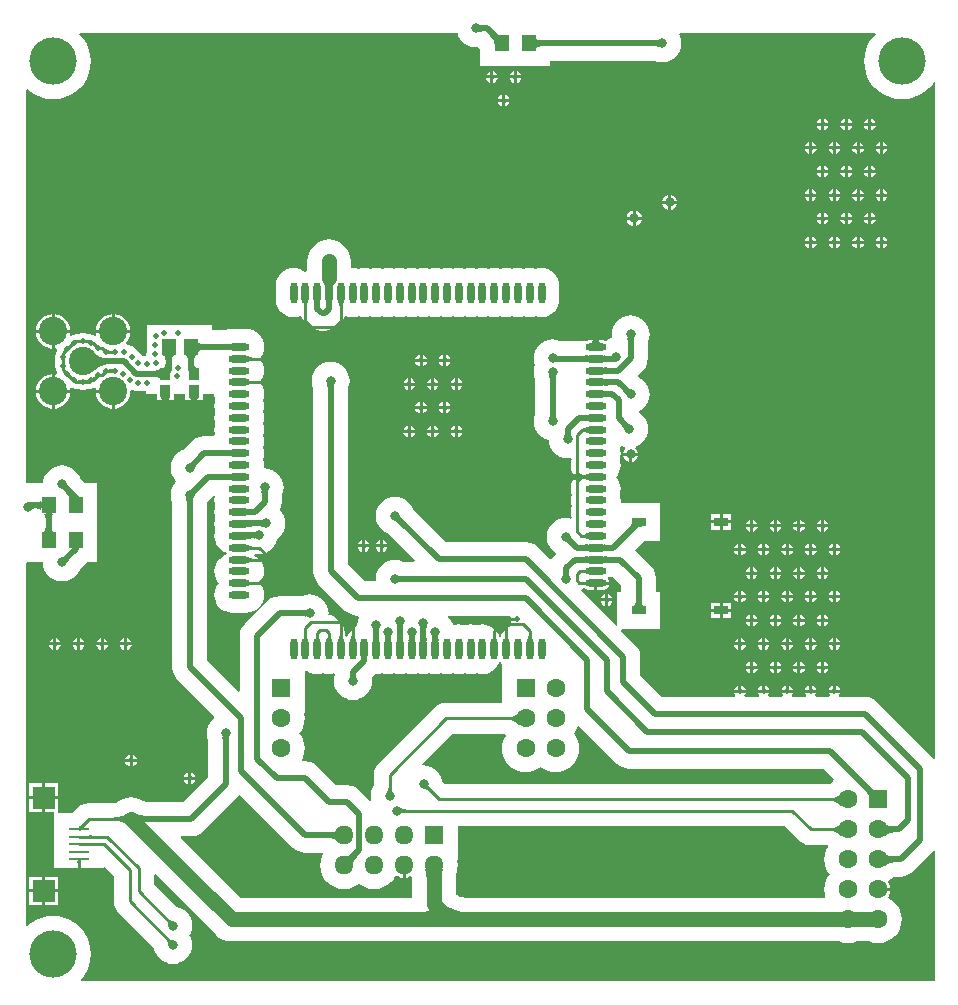
<source format=gtl>
G04 Layer_Physical_Order=1*
G04 Layer_Color=255*
%FSTAX24Y24*%
%MOIN*%
G70*
G01*
G75*
%ADD10C,0.0197*%
%ADD11R,0.0500X0.0550*%
%ADD12R,0.0374X0.0394*%
%ADD13R,0.0472X0.0551*%
%ADD14O,0.0236X0.0709*%
%ADD15O,0.0709X0.0236*%
%ADD16R,0.0472X0.0315*%
%ADD17R,0.0700X0.0100*%
%ADD18R,0.0748X0.0748*%
%ADD19C,0.0090*%
%ADD20C,0.0500*%
%ADD21C,0.0630*%
%ADD22R,0.0630X0.0630*%
%ADD23C,0.1575*%
%ADD24C,0.0945*%
%ADD25O,0.0634X0.0630*%
%ADD26R,0.0634X0.0630*%
%ADD27C,0.0197*%
%ADD28C,0.0315*%
G36*
X029578Y035376D02*
X029569Y035379D01*
X029557Y035382D01*
X029542Y035384D01*
X029502Y035388D01*
X029419Y035391D01*
X029348Y035392D01*
Y035589D01*
X029385Y035589D01*
X029557Y035598D01*
X029569Y035601D01*
X029578Y035604D01*
Y035376D01*
D02*
G37*
G36*
X028523Y0356D02*
X028529Y035598D01*
X028537Y035596D01*
X028547Y035594D01*
X02856Y035592D01*
X028592Y03559D01*
X028656Y035589D01*
X02864Y035392D01*
X028616Y035392D01*
X028508Y035385D01*
X028505Y035383D01*
X028519Y035603D01*
X028523Y0356D01*
D02*
G37*
G36*
X012153Y035471D02*
X012149Y035464D01*
X012145Y035457D01*
X012142Y035449D01*
X01214Y03544D01*
X012137Y03543D01*
X012136Y035419D01*
X012134Y035398D01*
X012136Y035377D01*
X012138Y035366D01*
X01214Y035356D01*
X012142Y035347D01*
X012145Y035339D01*
X012149Y035331D01*
X012153Y035325D01*
X012158Y03532D01*
X01202Y035319D01*
X012024Y035324D01*
X012029Y03533D01*
X012032Y035338D01*
X012035Y035346D01*
X012038Y035355D01*
X01204Y035365D01*
X012042Y035376D01*
X012043Y035397D01*
X012042Y035419D01*
X01204Y03543D01*
X012038Y03544D01*
X012035Y035449D01*
X012032Y035457D01*
X012028Y035464D01*
X012024Y035471D01*
X01202Y035476D01*
X012158D01*
X012153Y035471D01*
D02*
G37*
G36*
X024205Y026581D02*
X024203Y026575D01*
X024201Y026567D01*
X0242Y026557D01*
X024197Y02653D01*
X024195Y026472D01*
X024195Y026448D01*
X023998D01*
X023998Y026472D01*
X023993Y026567D01*
X023991Y026575D01*
X023989Y026581D01*
X023987Y026584D01*
X024207D01*
X024205Y026581D01*
D02*
G37*
G36*
X02263Y026512D02*
X022628Y026506D01*
X022626Y026498D01*
X022625Y026488D01*
X022622Y026461D01*
X022621Y026403D01*
X02262Y026379D01*
X022424D01*
X022424Y026403D01*
X022418Y026498D01*
X022416Y026506D01*
X022414Y026512D01*
X022412Y026515D01*
X022632D01*
X02263Y026512D01*
D02*
G37*
G36*
X018267Y035571D02*
X01827Y035563D01*
X018277Y035557D01*
X018285Y035551D01*
X018296Y035546D01*
X01831Y035542D01*
X018326Y035539D01*
X018345Y035537D01*
X018366Y035536D01*
X018389Y035535D01*
Y035445D01*
X018366Y035445D01*
X018326Y035441D01*
X01831Y035438D01*
X018296Y035434D01*
X018285Y035429D01*
X018277Y035424D01*
X01827Y035417D01*
X018267Y035409D01*
X018265Y035401D01*
Y035579D01*
X018267Y035571D01*
D02*
G37*
G36*
X027686Y026216D02*
X027689Y026176D01*
X027692Y02616D01*
X027696Y026146D01*
X027701Y026135D01*
X027707Y026127D01*
X027713Y02612D01*
X027721Y026117D01*
X027729Y026115D01*
X027551D01*
X027559Y026117D01*
X027567Y02612D01*
X027574Y026127D01*
X027579Y026135D01*
X027584Y026146D01*
X027588Y02616D01*
X027591Y026176D01*
X027593Y026195D01*
X027595Y026216D01*
X027595Y026239D01*
X027685D01*
X027686Y026216D01*
D02*
G37*
G36*
X026898D02*
X026902Y026176D01*
X026905Y02616D01*
X026909Y026146D01*
X026914Y026135D01*
X026919Y026127D01*
X026926Y02612D01*
X026933Y026117D01*
X026942Y026115D01*
X026764D01*
X026772Y026117D01*
X02678Y02612D01*
X026786Y026127D01*
X026792Y026135D01*
X026797Y026146D01*
X026801Y02616D01*
X026804Y026176D01*
X026806Y026195D01*
X026807Y026216D01*
X026808Y026239D01*
X026898D01*
X026898Y026216D01*
D02*
G37*
G36*
X027012Y026885D02*
X027012Y026874D01*
X027008Y02685D01*
X0272D01*
Y02675D01*
X027008D01*
X027013Y026723D01*
X027057Y026657D01*
X027066Y026651D01*
X027059Y026601D01*
X027019Y02659D01*
X026917Y026535D01*
X026827Y026461D01*
X026753Y026371D01*
X026698Y026268D01*
X026682Y026215D01*
X02663D01*
X026614Y026268D01*
X026559Y026371D01*
X026485Y026461D01*
X026395Y026535D01*
X026292Y02659D01*
X026181Y026623D01*
X026065Y026635D01*
X02595Y026623D01*
X025868Y026599D01*
X025787Y026623D01*
X025672Y026635D01*
X025556Y026623D01*
X025475Y026599D01*
X025394Y026623D01*
X025278Y026635D01*
X025162Y026623D01*
X025085Y0266D01*
X025075Y026633D01*
X025017Y026742D01*
X024938Y026838D01*
X024894Y026874D01*
X024912Y026924D01*
X026991D01*
X027012Y026885D01*
D02*
G37*
G36*
X015778Y0356D02*
X015761Y035594D01*
X015746Y035584D01*
X015733Y03557D01*
X015722Y035552D01*
X015714Y035531D01*
X015707Y035505D01*
X015702Y035476D01*
X015699Y035442D01*
X015698Y035405D01*
X015501D01*
X0155Y035442D01*
X015497Y035476D01*
X015492Y035505D01*
X015485Y035531D01*
X015476Y035552D01*
X015466Y03557D01*
X015453Y035584D01*
X015438Y035594D01*
X015421Y0356D01*
X015403Y035602D01*
X015796D01*
X015778Y0356D01*
D02*
G37*
G36*
X016526D02*
X016509Y035594D01*
X016494Y035584D01*
X016481Y03557D01*
X01647Y035552D01*
X016462Y035531D01*
X016455Y035505D01*
X01645Y035476D01*
X016447Y035442D01*
X016446Y035405D01*
X016249D01*
X016248Y035442D01*
X016245Y035476D01*
X01624Y035505D01*
X016233Y035531D01*
X016224Y035552D01*
X016214Y03557D01*
X016201Y035584D01*
X016186Y035594D01*
X016169Y0356D01*
X016151Y035602D01*
X016544D01*
X016526Y0356D01*
D02*
G37*
G36*
X023417Y026625D02*
X023415Y026619D01*
X023414Y026611D01*
X023412Y026601D01*
X02341Y026573D01*
X023408Y026515D01*
X023408Y026492D01*
X023211D01*
X023211Y026515D01*
X023205Y026611D01*
X023203Y026619D01*
X023201Y026625D01*
X023199Y026628D01*
X02342D01*
X023417Y026625D01*
D02*
G37*
G36*
X013264Y034865D02*
X013258Y034864D01*
X01325Y034863D01*
X013243Y03486D01*
X013235Y034857D01*
X013226Y034852D01*
X013218Y034847D01*
X013209Y03484D01*
X01319Y034824D01*
X01318Y034814D01*
X013177Y034817D01*
X013178Y034812D01*
X013119Y034748D01*
X013071Y034874D01*
X013076Y034872D01*
X013083Y034871D01*
X01309Y034872D01*
X013097Y034873D01*
X013105Y034877D01*
X013113Y034881D01*
X013122Y034887D01*
X013131Y034894D01*
X013133Y034896D01*
X013142Y034907D01*
X013149Y034916D01*
X013154Y034924D01*
X013159Y034933D01*
X013163Y034941D01*
X013165Y034948D01*
X013167Y034955D01*
X013167Y034962D01*
X013264Y034865D01*
D02*
G37*
G36*
X013529Y034999D02*
X013522Y034998D01*
X013515Y034997D01*
X013508Y034994D01*
X0135Y034991D01*
X013491Y034986D01*
X013483Y034981D01*
X013474Y034974D01*
X013455Y034958D01*
X013445Y034948D01*
X013381Y035012D01*
X013391Y035022D01*
X013407Y035041D01*
X013414Y03505D01*
X013419Y035058D01*
X013424Y035067D01*
X013427Y035075D01*
X01343Y035082D01*
X013431Y035089D01*
X013432Y035096D01*
X013529Y034999D01*
D02*
G37*
G36*
X028508Y034934D02*
X028506Y034928D01*
X028504Y03492D01*
X028503Y03491D01*
X0285Y034883D01*
X028499Y034825D01*
X028498Y034801D01*
X028302D01*
X028301Y034825D01*
X028296Y03492D01*
X028294Y034928D01*
X028292Y034934D01*
X02829Y034938D01*
X02851D01*
X028508Y034934D01*
D02*
G37*
G36*
X013002Y03469D02*
X012904Y034682D01*
Y034679D01*
X01289Y034679D01*
X012865Y034677D01*
X012854Y034675D01*
X012844Y034673D01*
X012835Y03467D01*
X012826Y034667D01*
X012819Y034664D01*
X012813Y034659D01*
X012808Y034655D01*
Y034793D01*
X012813Y034788D01*
X012819Y034784D01*
X012826Y034781D01*
X012835Y034777D01*
X012844Y034775D01*
X012854Y034773D01*
X012865Y034771D01*
X012877Y03477D01*
X012891Y034771D01*
X012901Y034773D01*
X012909Y034775D01*
X012916Y034778D01*
X012922Y034782D01*
X012926Y034786D01*
X012929Y03479D01*
X01293Y034795D01*
X013002Y03469D01*
D02*
G37*
G36*
X015308Y0348D02*
X015306Y034818D01*
X0153Y034835D01*
X01529Y034849D01*
X015276Y034862D01*
X015258Y034873D01*
X015237Y034881D01*
X015211Y034888D01*
X015182Y034893D01*
X015148Y034896D01*
X015111Y034897D01*
Y035094D01*
X015148Y035095D01*
X015182Y035098D01*
X015211Y035102D01*
X015237Y035109D01*
X015258Y035118D01*
X015276Y035129D01*
X01529Y035141D01*
X0153Y035156D01*
X015306Y035172D01*
X015308Y035191D01*
Y0348D01*
D02*
G37*
G36*
X030121Y035207D02*
X030133Y035205D01*
X030148Y035202D01*
X030188Y035199D01*
X030271Y035196D01*
X030342Y035195D01*
Y034998D01*
X030305Y034998D01*
X030133Y034988D01*
X030121Y034985D01*
X030112Y034983D01*
Y03521D01*
X030121Y035207D01*
D02*
G37*
G36*
X015679Y035191D02*
X015403Y03519D01*
X015421Y035192D01*
X015438Y035198D01*
X015453Y035208D01*
X015466Y035222D01*
X015476Y035239D01*
X015485Y035261D01*
X015492Y035287D01*
X015497Y035317D01*
X0155Y03535D01*
X015501Y035388D01*
X015698D01*
X015679Y035191D01*
D02*
G37*
G36*
X016447Y03535D02*
X01645Y035317D01*
X016455Y035287D01*
X016462Y035261D01*
X01647Y035239D01*
X016481Y035222D01*
X016494Y035208D01*
X016509Y035198D01*
X016526Y035192D01*
X016544Y03519D01*
X016264Y035191D01*
X016261Y035193D01*
X016259Y035199D01*
X016256Y035209D01*
X016254Y035222D01*
X016251Y035262D01*
X016249Y035388D01*
X016446D01*
X016447Y03535D01*
D02*
G37*
G36*
X013757Y035028D02*
X013752Y035033D01*
X013745Y035037D01*
X013738Y035041D01*
X01373Y035044D01*
X013721Y035046D01*
X013711Y035049D01*
X0137Y03505D01*
X013679Y035052D01*
X013657Y03505D01*
X013646Y035049D01*
X013636Y035046D01*
X013627Y035044D01*
X013619Y035041D01*
X013612Y035037D01*
X013606Y035033D01*
X013601Y035028D01*
Y035166D01*
X013606Y035162D01*
X013612Y035158D01*
X013619Y035154D01*
X013627Y035151D01*
X013636Y035148D01*
X013646Y035146D01*
X013657Y035144D01*
X013679Y035143D01*
X0137Y035144D01*
X013711Y035146D01*
X013721Y035148D01*
X01373Y035151D01*
X013738Y035154D01*
X013745Y035158D01*
X013752Y035162D01*
X013757Y035166D01*
Y035028D01*
D02*
G37*
G36*
X012144Y035122D02*
X012163Y035106D01*
X012172Y035099D01*
X012181Y035094D01*
X012189Y035089D01*
X012197Y035085D01*
X012205Y035083D01*
X012212Y035081D01*
X012219Y035081D01*
X012121Y034984D01*
X012121Y03499D01*
X012119Y034998D01*
X012117Y035005D01*
X012113Y035013D01*
X012109Y035021D01*
X012103Y03503D01*
X012097Y035039D01*
X01208Y035058D01*
X01207Y035068D01*
X012134Y035132D01*
X012144Y035122D01*
D02*
G37*
G36*
X013133Y035687D02*
X01318Y035647D01*
X013228Y035612D01*
X013277Y035582D01*
X013327Y035556D01*
X013378Y035536D01*
X013429Y035519D01*
X013482Y035508D01*
X013536Y035501D01*
X01359Y035498D01*
Y035302D01*
X013536Y035299D01*
X013482Y035292D01*
X013429Y035281D01*
X013378Y035264D01*
X013327Y035243D01*
X013277Y035218D01*
X013228Y035188D01*
X01318Y035153D01*
X013133Y035113D01*
X013087Y035069D01*
Y035731D01*
X013133Y035687D01*
D02*
G37*
G36*
X020599Y026216D02*
X020603Y026176D01*
X020606Y02616D01*
X02061Y026146D01*
X020614Y026135D01*
X02062Y026127D01*
X020627Y02612D01*
X020634Y026117D01*
X020643Y026115D01*
X020464D01*
X020473Y026117D01*
X02048Y02612D01*
X020487Y026127D01*
X020493Y026135D01*
X020498Y026146D01*
X020501Y02616D01*
X020505Y026176D01*
X020507Y026195D01*
X020508Y026216D01*
X020509Y026239D01*
X020599D01*
X020599Y026216D01*
D02*
G37*
G36*
X020205D02*
X020209Y026176D01*
X020212Y02616D01*
X020216Y026146D01*
X020221Y026135D01*
X020226Y026127D01*
X020233Y02612D01*
X020241Y026117D01*
X020249Y026115D01*
X020071D01*
X020079Y026117D01*
X020087Y02612D01*
X020093Y026127D01*
X020099Y026135D01*
X020104Y026146D01*
X020108Y02616D01*
X020111Y026176D01*
X020113Y026195D01*
X020114Y026216D01*
X020115Y026239D01*
X020205D01*
X020205Y026216D01*
D02*
G37*
G36*
X020993D02*
X020996Y026176D01*
X020999Y02616D01*
X021003Y026146D01*
X021008Y026135D01*
X021014Y026127D01*
X02102Y02612D01*
X021028Y026117D01*
X021036Y026115D01*
X020858D01*
X020867Y026117D01*
X020874Y02612D01*
X020881Y026127D01*
X020886Y026135D01*
X020891Y026146D01*
X020895Y02616D01*
X020898Y026176D01*
X0209Y026195D01*
X020902Y026216D01*
X020902Y026239D01*
X020992D01*
X020993Y026216D01*
D02*
G37*
G36*
X031108Y036184D02*
X031106Y036178D01*
X031104Y03617D01*
X031103Y03616D01*
X0311Y036133D01*
X031099Y036075D01*
X031098Y036051D01*
X030902D01*
X030901Y036075D01*
X030896Y03617D01*
X030894Y036178D01*
X030892Y036184D01*
X03089Y036188D01*
X03111D01*
X031108Y036184D01*
D02*
G37*
G36*
X021386Y026216D02*
X02139Y026176D01*
X021393Y02616D01*
X021397Y026146D01*
X021402Y026135D01*
X021408Y026127D01*
X021414Y02612D01*
X021422Y026117D01*
X02143Y026115D01*
X021252D01*
X02126Y026117D01*
X021268Y02612D01*
X021274Y026127D01*
X02128Y026135D01*
X021285Y026146D01*
X021289Y02616D01*
X021292Y026176D01*
X021294Y026195D01*
X021295Y026216D01*
X021296Y026239D01*
X021386D01*
X021386Y026216D01*
D02*
G37*
G36*
X024589Y026278D02*
X024601D01*
X024599Y026275D01*
X024597Y026269D01*
X024595Y026261D01*
X024593Y026251D01*
X024591Y026228D01*
X024599Y026093D01*
X024602Y026081D01*
X024604Y026072D01*
X024377D01*
X02438Y026081D01*
X024382Y026093D01*
X024385Y026108D01*
X024388Y026148D01*
X02439Y026197D01*
X024386Y026261D01*
X024385Y026269D01*
X024383Y026275D01*
X02438Y026278D01*
X024392D01*
X024392Y026302D01*
X024589D01*
X024589Y026278D01*
D02*
G37*
G36*
X023014Y026272D02*
X023026D01*
X023024Y026268D01*
X023022Y026263D01*
X02302Y026255D01*
X023018Y026244D01*
X023017Y026224D01*
X023024Y026093D01*
X023027Y026081D01*
X02303Y026072D01*
X022802D01*
X022805Y026081D01*
X022807Y026093D01*
X02281Y026108D01*
X022813Y026148D01*
X022815Y026193D01*
X022812Y026255D01*
X02281Y026263D01*
X022808Y026268D01*
X022806Y026272D01*
X022817D01*
X022817Y026302D01*
X023014D01*
X023014Y026272D01*
D02*
G37*
G36*
X022621Y026265D02*
X02263Y026093D01*
X022633Y026081D01*
X022636Y026072D01*
X022408D01*
X022411Y026081D01*
X022414Y026093D01*
X022416Y026108D01*
X02242Y026148D01*
X022423Y026231D01*
X022424Y026302D01*
X02262D01*
X022621Y026265D01*
D02*
G37*
G36*
X023408D02*
X023418Y026093D01*
X02342Y026081D01*
X023423Y026072D01*
X023196D01*
X023198Y026081D01*
X023201Y026093D01*
X023203Y026108D01*
X023207Y026148D01*
X02321Y026231D01*
X023211Y026302D01*
X023408D01*
X023408Y026265D01*
D02*
G37*
G36*
X024195Y026265D02*
X024205Y026093D01*
X024208Y026081D01*
X024211Y026072D01*
X023983D01*
X023986Y026081D01*
X023989Y026093D01*
X023991Y026108D01*
X023995Y026148D01*
X023998Y026231D01*
X023998Y026302D01*
X024195D01*
X024195Y026265D01*
D02*
G37*
G36*
X023802Y026284D02*
X023813D01*
X023811Y026281D01*
X023809Y026275D01*
X023807Y026267D01*
X023806Y026257D01*
X023804Y026232D01*
X023811Y026093D01*
X023814Y026081D01*
X023817Y026072D01*
X023589D01*
X023592Y026081D01*
X023595Y026093D01*
X023597Y026108D01*
X023601Y026148D01*
X023603Y0262D01*
X023599Y026267D01*
X023597Y026275D01*
X023595Y026281D01*
X023593Y026284D01*
X023605D01*
X023605Y026302D01*
X023802D01*
X023802Y026284D01*
D02*
G37*
G36*
X012662Y036008D02*
X012657Y036012D01*
X012651Y036016D01*
X012644Y03602D01*
X012636Y036023D01*
X012627Y036026D01*
X012617Y036028D01*
X012606Y036029D01*
X012581Y036031D01*
X012566Y036031D01*
Y036121D01*
X012581Y036122D01*
X012606Y036124D01*
X012617Y036125D01*
X012627Y036127D01*
X012636Y03613D01*
X012644Y036133D01*
X012651Y036137D01*
X012657Y036141D01*
X012662Y036145D01*
Y036008D01*
D02*
G37*
G36*
X016583Y036062D02*
X016589Y036045D01*
X016599Y036031D01*
X016613Y036018D01*
X016631Y036007D01*
X016653Y035998D01*
X016678Y035991D01*
X016708Y035986D01*
X016742Y035983D01*
X016779Y035982D01*
Y035785D01*
X016742Y035784D01*
X016708Y035782D01*
X016678Y035777D01*
X016653Y03577D01*
X016631Y035761D01*
X016613Y03575D01*
X016599Y035737D01*
X016589Y035722D01*
X016583Y035706D01*
X016581Y035687D01*
Y036081D01*
X016583Y036062D01*
D02*
G37*
G36*
X01345Y035842D02*
X013469Y035826D01*
X013478Y035819D01*
X013486Y035814D01*
X013495Y035809D01*
X013503Y035806D01*
X01351Y035803D01*
X013517Y035802D01*
X013524Y035801D01*
X013427Y035704D01*
X013426Y035711D01*
X013425Y035718D01*
X013422Y035725D01*
X013419Y035733D01*
X013414Y035742D01*
X013409Y03575D01*
X013402Y035759D01*
X013386Y035778D01*
X013376Y035788D01*
X013439Y035852D01*
X01345Y035842D01*
D02*
G37*
G36*
X012216Y035715D02*
X012209Y035715D01*
X012202Y035713D01*
X012194Y035711D01*
X012186Y035707D01*
X012178Y035703D01*
X012169Y035697D01*
X01216Y035691D01*
X012141Y035674D01*
X012131Y035664D01*
X012068Y035728D01*
X012077Y035738D01*
X012094Y035757D01*
X0121Y035766D01*
X012106Y035775D01*
X012111Y035783D01*
X012114Y035791D01*
X012117Y035799D01*
X012118Y035806D01*
X012119Y035813D01*
X012216Y035715D01*
D02*
G37*
G36*
X026504Y026216D02*
X026508Y026176D01*
X026511Y02616D01*
X026515Y026146D01*
X02652Y026135D01*
X026526Y026127D01*
X026532Y02612D01*
X02654Y026117D01*
X026548Y026115D01*
X02637D01*
X026378Y026117D01*
X026386Y02612D01*
X026392Y026127D01*
X026398Y026135D01*
X026403Y026146D01*
X026407Y02616D01*
X02641Y026176D01*
X026412Y026195D01*
X026414Y026216D01*
X026414Y026239D01*
X026504D01*
X026504Y026216D01*
D02*
G37*
G36*
X030435Y035407D02*
X030342Y0354D01*
Y035392D01*
X030305Y035392D01*
X030133Y035382D01*
X030121Y035379D01*
X030112Y035376D01*
Y035604D01*
X030121Y035601D01*
X030133Y035598D01*
X030148Y035596D01*
X030188Y035592D01*
X030258Y03559D01*
X030317Y035594D01*
X030329Y035596D01*
X030339Y035599D01*
X030346Y035602D01*
X030351Y035605D01*
X030354Y035609D01*
X030435Y035407D01*
D02*
G37*
G36*
X013752Y035634D02*
X013747Y035638D01*
X01374Y035642D01*
X013733Y035646D01*
X013725Y035649D01*
X013716Y035652D01*
X013706Y035654D01*
X013695Y035656D01*
X013674Y035657D01*
X013652Y035656D01*
X013641Y035654D01*
X013631Y035652D01*
X013622Y035649D01*
X013614Y035646D01*
X013607Y035642D01*
X013601Y035638D01*
X013595Y035634D01*
Y035772D01*
X013601Y035767D01*
X013607Y035763D01*
X013614Y035759D01*
X013622Y035756D01*
X013631Y035754D01*
X013641Y035751D01*
X013652Y03575D01*
X013674Y035748D01*
X013695Y03575D01*
X013706Y035751D01*
X013716Y035754D01*
X013725Y035756D01*
X013733Y035759D01*
X01374Y035763D01*
X013747Y035767D01*
X013752Y035772D01*
Y035634D01*
D02*
G37*
G36*
X012417Y03591D02*
X012411Y035911D01*
X012404Y035911D01*
X012396Y03591D01*
X012389Y035907D01*
X012381Y035903D01*
X012372Y035899D01*
X012363Y035893D01*
X012354Y035885D01*
X012351Y035883D01*
X01234Y03587D01*
X012334Y035861D01*
X012328Y035853D01*
X012323Y035844D01*
X01232Y035836D01*
X012317Y035829D01*
X012316Y035822D01*
X012315Y035815D01*
X012218Y035912D01*
X012225Y035913D01*
X012232Y035914D01*
X01224Y035917D01*
X012248Y03592D01*
X012256Y035925D01*
X012265Y03593D01*
X012274Y035937D01*
X012293Y035953D01*
X012298Y035959D01*
X012301Y035961D01*
X012332Y035997D01*
X012337Y036004D01*
X012345Y036018D01*
X012348Y036024D01*
X01235Y03603D01*
X012417Y03591D01*
D02*
G37*
G36*
X012808Y036141D02*
X012814Y036137D01*
X012822Y036133D01*
X01283Y03613D01*
X012839Y036127D01*
X012849Y036125D01*
X01286Y036124D01*
X012885Y036122D01*
X012899Y036121D01*
Y036119D01*
X012996Y036112D01*
X012926Y036005D01*
X012925Y03601D01*
X012922Y036014D01*
X012917Y036018D01*
X012912Y036022D01*
X012905Y036025D01*
X012896Y036027D01*
X012886Y036029D01*
X012875Y03603D01*
X012874Y03603D01*
X01286Y036029D01*
X012849Y036028D01*
X012839Y036026D01*
X01283Y036023D01*
X012822Y03602D01*
X012814Y036016D01*
X012808Y036012D01*
X012803Y036008D01*
Y036145D01*
X012808Y036141D01*
D02*
G37*
G36*
X013116Y036053D02*
X013119Y03605D01*
X013148Y036019D01*
X013182Y035985D01*
X013187Y03598D01*
X013206Y035964D01*
X013215Y035957D01*
X013223Y035952D01*
X013232Y035947D01*
X01324Y035944D01*
X013247Y035941D01*
X013255Y03594D01*
X013261Y035939D01*
X013164Y035842D01*
X013164Y035849D01*
X013162Y035856D01*
X01316Y035863D01*
X013156Y035871D01*
X013151Y03588D01*
X013146Y035888D01*
X013139Y035897D01*
X013131Y035907D01*
X013119Y035917D01*
X01311Y035922D01*
X013102Y035927D01*
X013094Y03593D01*
X013087Y035932D01*
X013081Y035932D01*
X013074Y035932D01*
X013069Y035929D01*
X013114Y036055D01*
X013116Y036053D01*
D02*
G37*
G36*
X017688Y03577D02*
X017679Y035773D01*
X017667Y035776D01*
X017652Y035778D01*
X017612Y035782D01*
X017529Y035785D01*
X017458Y035785D01*
Y035982D01*
X017495Y035982D01*
X017667Y035992D01*
X017679Y035995D01*
X017688Y035998D01*
Y03577D01*
D02*
G37*
G36*
X02178Y026216D02*
X021784Y026176D01*
X021787Y02616D01*
X021791Y026146D01*
X021795Y026135D01*
X021801Y026127D01*
X021808Y02612D01*
X021815Y026117D01*
X021824Y026115D01*
X021646D01*
X021654Y026117D01*
X021661Y02612D01*
X021668Y026127D01*
X021674Y026135D01*
X021679Y026146D01*
X021683Y02616D01*
X021686Y026176D01*
X021688Y026195D01*
X021689Y026216D01*
X02169Y026239D01*
X02178D01*
X02178Y026216D01*
D02*
G37*
G36*
X012319Y034975D02*
X01232Y034967D01*
X012323Y03496D01*
X012326Y034952D01*
X012331Y034944D01*
X012336Y034935D01*
X012343Y034926D01*
X012353Y034915D01*
X012365Y034904D01*
X012374Y034898D01*
X012383Y034893D01*
X012391Y03489D01*
X012399Y034888D01*
X012406Y034886D01*
X012413Y034887D01*
X012419Y034888D01*
X012355Y034766D01*
X012353Y034771D01*
X01235Y034777D01*
X012346Y034784D01*
X012342Y034791D01*
X01233Y034806D01*
X012314Y034824D01*
X0123Y034838D01*
X012295Y034843D01*
X012276Y034859D01*
X012267Y034866D01*
X012259Y034872D01*
X01225Y034876D01*
X012242Y03488D01*
X012235Y034882D01*
X012228Y034884D01*
X012221Y034884D01*
X012318Y034982D01*
X012319Y034975D01*
D02*
G37*
G36*
X018477Y029902D02*
X01844Y029901D01*
X018302Y029892D01*
X018285Y029889D01*
X01827Y029885D01*
X018259Y029881D01*
X01825Y029876D01*
X018222Y030092D01*
X018222Y030093D01*
X018228Y030094D01*
X018241Y030095D01*
X018397Y030098D01*
X018503Y030098D01*
X018477Y029902D01*
D02*
G37*
G36*
X018738Y02989D02*
X018734Y029892D01*
X018728Y029894D01*
X01872Y029896D01*
X01871Y029897D01*
X018683Y0299D01*
X018625Y029901D01*
X018601Y029902D01*
Y030098D01*
X018625Y030099D01*
X01872Y030104D01*
X018728Y030106D01*
X018734Y030108D01*
X018738Y03011D01*
Y02989D01*
D02*
G37*
G36*
X029535Y027921D02*
X029533Y027929D01*
X02953Y027937D01*
X029523Y027943D01*
X029515Y027949D01*
X029504Y027954D01*
X02949Y027958D01*
X029474Y027961D01*
X029455Y027963D01*
X029434Y027964D01*
X029411Y027965D01*
Y028055D01*
X029434Y028055D01*
X029474Y028059D01*
X02949Y028062D01*
X029504Y028066D01*
X029515Y028071D01*
X029523Y028076D01*
X02953Y028083D01*
X029533Y028091D01*
X029535Y028099D01*
Y027921D01*
D02*
G37*
G36*
X011699Y029883D02*
X011702Y029849D01*
X011707Y02982D01*
X011714Y029794D01*
X011723Y029772D01*
X011734Y029754D01*
X011747Y02974D01*
X011761Y029731D01*
X011778Y029725D01*
X011797Y029723D01*
X011403D01*
X011422Y029725D01*
X011439Y029731D01*
X011453Y02974D01*
X011466Y029754D01*
X011477Y029772D01*
X011486Y029794D01*
X011493Y02982D01*
X011498Y029849D01*
X011501Y029883D01*
X011502Y029921D01*
X011698D01*
X011699Y029883D01*
D02*
G37*
G36*
X023266Y028258D02*
X023272Y028256D01*
X02328Y028254D01*
X02329Y028253D01*
X023317Y02825D01*
X023375Y028249D01*
X023399Y028248D01*
Y028052D01*
X023375Y028051D01*
X02328Y028046D01*
X023272Y028044D01*
X023266Y028042D01*
X023262Y02804D01*
Y02826D01*
X023266Y028258D01*
D02*
G37*
G36*
X031394Y029894D02*
X031375Y029901D01*
X031354Y029904D01*
X031332Y029902D01*
X031307Y029895D01*
X03128Y029884D01*
X031251Y029868D01*
X03122Y029846D01*
X031187Y029821D01*
X031153Y02979D01*
X031116Y029755D01*
X030898Y029815D01*
X03094Y029859D01*
X031006Y029936D01*
X03103Y029969D01*
X031047Y029999D01*
X031058Y030025D01*
X031062Y030047D01*
X03106Y030066D01*
X031052Y030082D01*
X031037Y030093D01*
X031394Y029894D01*
D02*
G37*
G36*
X011778Y030324D02*
X011761Y030318D01*
X011747Y030308D01*
X011734Y030295D01*
X011723Y030277D01*
X011714Y030255D01*
X011707Y03023D01*
X011702Y0302D01*
X011699Y030167D01*
X011698Y030129D01*
X011502D01*
X011501Y030167D01*
X011498Y0302D01*
X011493Y03023D01*
X011486Y030255D01*
X011477Y030277D01*
X011466Y030295D01*
X011453Y030308D01*
X011439Y030318D01*
X011422Y030324D01*
X011403Y030326D01*
X011797D01*
X011778Y030324D01*
D02*
G37*
G36*
X018253Y030473D02*
X01826Y030473D01*
X018303Y030471D01*
X018452Y03047D01*
Y030274D01*
X01825Y03027D01*
Y030474D01*
X018253Y030473D01*
D02*
G37*
G36*
X023308Y030244D02*
X023311Y030239D01*
X023315Y030232D01*
X023321Y030224D01*
X023339Y030203D01*
X023379Y030161D01*
X023396Y030144D01*
X023256Y030004D01*
X023239Y030021D01*
X023168Y030085D01*
X023161Y030089D01*
X023156Y030092D01*
X023152Y030093D01*
X023307Y030248D01*
X023308Y030244D01*
D02*
G37*
G36*
X018267Y028091D02*
X01827Y028083D01*
X018277Y028076D01*
X018285Y028071D01*
X018296Y028066D01*
X01831Y028062D01*
X018326Y028059D01*
X018345Y028057D01*
X018366Y028055D01*
X018389Y028055D01*
Y027965D01*
X018366Y027964D01*
X018326Y027961D01*
X01831Y027958D01*
X018296Y027954D01*
X018285Y027949D01*
X018277Y027943D01*
X01827Y027937D01*
X018267Y027929D01*
X018265Y027921D01*
Y028099D01*
X018267Y028091D01*
D02*
G37*
G36*
X030696Y027939D02*
Y02773D01*
X030563D01*
Y026616D01*
X030517Y026597D01*
X029349Y027765D01*
X029376Y027798D01*
X029404Y02785D01*
X029459Y027847D01*
X029524Y027804D01*
X029609Y027787D01*
X029795D01*
Y02801D01*
X029845D01*
Y02806D01*
X030294D01*
X030287Y028095D01*
X030238Y028167D01*
X030238Y028168D01*
X030252Y028218D01*
X030306Y028221D01*
X030414D01*
X030696Y027939D01*
D02*
G37*
G36*
X018488Y02949D02*
X018484Y029492D01*
X018478Y029494D01*
X01847Y029496D01*
X01846Y029497D01*
X018433Y0295D01*
X018415Y0295D01*
X018281Y029492D01*
X018267Y029489D01*
X018257Y029486D01*
X01825Y029483D01*
X018222Y029699D01*
X018359Y029698D01*
X018375Y029699D01*
X01847Y029704D01*
X018478Y029706D01*
X018484Y029708D01*
X018488Y02971D01*
Y02949D01*
D02*
G37*
G36*
X018267Y028878D02*
X01827Y02887D01*
X018277Y028864D01*
X018285Y028858D01*
X018296Y028853D01*
X01831Y028849D01*
X018326Y028846D01*
X018345Y028844D01*
X018366Y028843D01*
X018389Y028842D01*
Y028752D01*
X018366Y028752D01*
X018326Y028748D01*
X01831Y028745D01*
X018296Y028741D01*
X018285Y028736D01*
X018277Y028731D01*
X01827Y028724D01*
X018267Y028717D01*
X018265Y028708D01*
Y028886D01*
X018267Y028878D01*
D02*
G37*
G36*
X012296Y028806D02*
X012279Y028789D01*
X012215Y028718D01*
X012211Y028711D01*
X012208Y028706D01*
X012207Y028702D01*
X012052Y028857D01*
X012056Y028858D01*
X012061Y028861D01*
X012068Y028865D01*
X012076Y028871D01*
X012097Y028889D01*
X012139Y028929D01*
X012156Y028946D01*
X012296Y028806D01*
D02*
G37*
G36*
X018267Y029272D02*
X01827Y029264D01*
X018277Y029258D01*
X018285Y029252D01*
X018296Y029247D01*
X01831Y029243D01*
X018326Y02924D01*
X018345Y029238D01*
X018366Y029236D01*
X018389Y029236D01*
Y029146D01*
X018366Y029146D01*
X018326Y029142D01*
X01831Y029139D01*
X018296Y029135D01*
X018285Y02913D01*
X018277Y029124D01*
X01827Y029118D01*
X018267Y02911D01*
X018265Y029102D01*
Y02928D01*
X018267Y029272D01*
D02*
G37*
G36*
X029578Y029077D02*
X029569Y02908D01*
X029557Y029083D01*
X029542Y029085D01*
X029502Y029089D01*
X029419Y029092D01*
X029348Y029093D01*
Y029289D01*
X029385Y02929D01*
X029557Y029299D01*
X029569Y029302D01*
X029578Y029305D01*
Y029077D01*
D02*
G37*
G36*
X030121Y029302D02*
X030133Y029299D01*
X030148Y029297D01*
X030188Y029293D01*
X030271Y02929D01*
X030342Y029289D01*
Y029093D01*
X030305Y029092D01*
X030133Y029083D01*
X030121Y02908D01*
X030112Y029077D01*
Y029305D01*
X030121Y029302D01*
D02*
G37*
G36*
Y028908D02*
X030133Y028906D01*
X030148Y028903D01*
X030188Y0289D01*
X030271Y028896D01*
X030342Y028896D01*
Y028699D01*
X030305Y028699D01*
X030133Y028689D01*
X030121Y028686D01*
X030112Y028683D01*
Y028911D01*
X030121Y028908D01*
D02*
G37*
G36*
X029008Y029544D02*
X029011Y029539D01*
X029015Y029532D01*
X029021Y029524D01*
X029039Y029503D01*
X029079Y029461D01*
X029096Y029444D01*
X028956Y029304D01*
X028939Y029321D01*
X028868Y029385D01*
X028861Y029389D01*
X028856Y029392D01*
X028852Y029393D01*
X029007Y029548D01*
X029008Y029544D01*
D02*
G37*
G36*
X029535Y029496D02*
X029533Y029504D01*
X02953Y029511D01*
X029523Y029518D01*
X029515Y029524D01*
X029504Y029529D01*
X02949Y029533D01*
X029474Y029536D01*
X029455Y029538D01*
X029434Y029539D01*
X029411Y02954D01*
Y02963D01*
X029434Y02963D01*
X029474Y029634D01*
X02949Y029637D01*
X029504Y029641D01*
X029515Y029646D01*
X029523Y029651D01*
X02953Y029658D01*
X029533Y029665D01*
X029535Y029674D01*
Y029496D01*
D02*
G37*
G36*
X028949Y028375D02*
X028954Y02828D01*
X028956Y028272D01*
X028958Y028266D01*
X02896Y028262D01*
X02874D01*
X028742Y028266D01*
X028744Y028272D01*
X028746Y02828D01*
X028747Y02829D01*
X02875Y028317D01*
X028751Y028375D01*
X028752Y028399D01*
X028948D01*
X028949Y028375D01*
D02*
G37*
G36*
X029578Y028683D02*
X029569Y028686D01*
X029557Y028689D01*
X029542Y028691D01*
X029502Y028695D01*
X029419Y028698D01*
X029348Y028699D01*
Y028896D01*
X029385Y028896D01*
X029557Y028906D01*
X029569Y028908D01*
X029578Y028911D01*
Y028683D01*
D02*
G37*
G36*
X029535Y028314D02*
X029533Y028323D01*
X02953Y02833D01*
X029523Y028337D01*
X029515Y028343D01*
X029504Y028348D01*
X02949Y028351D01*
X029474Y028355D01*
X029455Y028357D01*
X029434Y028358D01*
X029411Y028359D01*
Y028449D01*
X029434Y028449D01*
X029474Y028453D01*
X02949Y028456D01*
X029504Y02846D01*
X029515Y028464D01*
X029523Y02847D01*
X02953Y028477D01*
X029533Y028484D01*
X029535Y028493D01*
Y028314D01*
D02*
G37*
G36*
X031371Y027415D02*
X031374Y027382D01*
X031379Y027352D01*
X031386Y027326D01*
X031395Y027305D01*
X031406Y027287D01*
X031419Y027273D01*
X031433Y027263D01*
X03145Y027257D01*
X031469Y027255D01*
X031075D01*
X031094Y027257D01*
X031111Y027263D01*
X031125Y027273D01*
X031138Y027287D01*
X031149Y027305D01*
X031158Y027326D01*
X031165Y027352D01*
X03117Y027382D01*
X031173Y027415D01*
X031174Y027453D01*
X03137D01*
X031371Y027415D01*
D02*
G37*
G36*
X020188Y02689D02*
X020184Y026892D01*
X020178Y026894D01*
X02017Y026896D01*
X02016Y026897D01*
X020133Y0269D01*
X020075Y026901D01*
X020051Y026902D01*
Y027098D01*
X020075Y027099D01*
X02017Y027104D01*
X020178Y027106D01*
X020184Y027108D01*
X020188Y02711D01*
Y02689D01*
D02*
G37*
G36*
X028499Y033625D02*
X028504Y03353D01*
X028506Y033522D01*
X028508Y033516D01*
X02851Y033512D01*
X02829D01*
X028292Y033516D01*
X028294Y033522D01*
X028296Y03353D01*
X028297Y03354D01*
X0283Y033567D01*
X028301Y033625D01*
X028302Y033649D01*
X028498D01*
X028499Y033625D01*
D02*
G37*
G36*
X030861Y033379D02*
X030932Y033315D01*
X030939Y033311D01*
X030944Y033308D01*
X030948Y033307D01*
X030793Y033152D01*
X030792Y033156D01*
X030789Y033161D01*
X030785Y033168D01*
X030779Y033176D01*
X030761Y033197D01*
X030721Y033239D01*
X030704Y033256D01*
X030844Y033396D01*
X030861Y033379D01*
D02*
G37*
G36*
X029578Y033408D02*
X029569Y033411D01*
X029557Y033413D01*
X029542Y033416D01*
X029502Y033419D01*
X029419Y033423D01*
X029348Y033423D01*
Y03362D01*
X029385Y03362D01*
X029557Y03363D01*
X029569Y033633D01*
X029578Y033636D01*
Y033408D01*
D02*
G37*
G36*
X030121Y03442D02*
X030133Y034417D01*
X030148Y034415D01*
X030188Y034411D01*
X030271Y034408D01*
X030342Y034407D01*
Y034211D01*
X030305Y03421D01*
X030133Y034201D01*
X030121Y034198D01*
X030112Y034195D01*
Y034423D01*
X030121Y03442D01*
D02*
G37*
G36*
X018267Y034783D02*
X01827Y034776D01*
X018277Y034769D01*
X018285Y034764D01*
X018296Y034759D01*
X01831Y034755D01*
X018326Y034752D01*
X018345Y03475D01*
X018366Y034748D01*
X018389Y034748D01*
Y034658D01*
X018366Y034657D01*
X018326Y034654D01*
X01831Y034651D01*
X018296Y034647D01*
X018285Y034642D01*
X018277Y034636D01*
X01827Y03463D01*
X018267Y034622D01*
X018265Y034614D01*
Y034792D01*
X018267Y034783D01*
D02*
G37*
G36*
X012667Y034655D02*
X012662Y034659D01*
X012656Y034664D01*
X012649Y034667D01*
X012641Y03467D01*
X012632Y034673D01*
X012622Y034675D01*
X01261Y034677D01*
X012585Y034679D01*
X012571Y034679D01*
Y034769D01*
X012585Y034769D01*
X01261Y034771D01*
X012622Y034773D01*
X012632Y034775D01*
X012641Y034777D01*
X012649Y034781D01*
X012656Y034784D01*
X012662Y034788D01*
X012667Y034793D01*
Y034655D01*
D02*
G37*
G36*
X030121Y034814D02*
X030133Y034811D01*
X030148Y034809D01*
X030188Y034805D01*
X030271Y034802D01*
X030342Y034801D01*
Y034604D01*
X030305Y034604D01*
X030133Y034594D01*
X030121Y034592D01*
X030112Y034589D01*
Y034817D01*
X030121Y034814D01*
D02*
G37*
G36*
X030911Y034529D02*
X030982Y034465D01*
X030989Y034461D01*
X030994Y034458D01*
X030998Y034457D01*
X030843Y034302D01*
X030842Y034306D01*
X030839Y034311D01*
X030835Y034318D01*
X030829Y034326D01*
X030811Y034347D01*
X030771Y034389D01*
X030754Y034406D01*
X030894Y034546D01*
X030911Y034529D01*
D02*
G37*
G36*
X021108Y034634D02*
X021106Y034628D01*
X021104Y03462D01*
X021103Y03461D01*
X0211Y034583D01*
X021099Y034525D01*
X021098Y034501D01*
X020902D01*
X020901Y034525D01*
X020896Y03462D01*
X020894Y034628D01*
X020892Y034634D01*
X02089Y034638D01*
X02111D01*
X021108Y034634D01*
D02*
G37*
G36*
X029535Y033039D02*
X029533Y033047D01*
X02953Y033055D01*
X029523Y033061D01*
X029515Y033067D01*
X029504Y033072D01*
X02949Y033076D01*
X029474Y033079D01*
X029455Y033081D01*
X029434Y033083D01*
X029411Y033083D01*
Y033173D01*
X029434Y033173D01*
X029474Y033177D01*
X02949Y03318D01*
X029504Y033184D01*
X029515Y033189D01*
X029523Y033195D01*
X02953Y033201D01*
X029533Y033209D01*
X029535Y033217D01*
Y033039D01*
D02*
G37*
G36*
X016546Y031056D02*
X016529Y031039D01*
X016465Y030968D01*
X016461Y030961D01*
X016458Y030956D01*
X016457Y030952D01*
X016302Y031107D01*
X016306Y031108D01*
X016311Y031111D01*
X016318Y031115D01*
X016326Y031121D01*
X016347Y031139D01*
X016389Y031179D01*
X016406Y031196D01*
X016546Y031056D01*
D02*
G37*
G36*
X018909Y031085D02*
X018907Y03108D01*
X018906Y031072D01*
X018904Y031061D01*
X018902Y031034D01*
X0189Y030976D01*
X0189Y030952D01*
X018703D01*
X018703Y030976D01*
X018697Y031072D01*
X018695Y03108D01*
X018693Y031085D01*
X018691Y031089D01*
X018912D01*
X018909Y031085D01*
D02*
G37*
G36*
X012448Y031043D02*
X012525Y030976D01*
X012562Y030949D01*
X012597Y030926D01*
X01263Y030907D01*
X012662Y030893D01*
X012692Y030882D01*
X012721Y030876D01*
X012749Y030874D01*
X012251D01*
X012266Y030875D01*
X012277Y030879D01*
X012282Y030886D01*
X012284Y030896D01*
X012281Y030909D01*
X012273Y030924D01*
X012261Y030942D01*
X012244Y030963D01*
X012223Y030987D01*
X012198Y031013D01*
X012407Y031083D01*
X012448Y031043D01*
D02*
G37*
G36*
X011352Y030403D02*
X01135Y030422D01*
X011344Y030439D01*
X011335Y030453D01*
X011321Y030466D01*
X011303Y030477D01*
X011281Y030486D01*
X011255Y030493D01*
X011226Y030498D01*
X011192Y030501D01*
X01116Y030501D01*
X011152Y030501D01*
X01108Y030496D01*
X011068Y030494D01*
X011058Y030492D01*
X01105Y030489D01*
X011045Y030485D01*
X011042Y030481D01*
X010972Y03069D01*
X011079Y030698D01*
X011154Y030545D01*
Y030698D01*
X011192Y030699D01*
X011226Y030702D01*
X011255Y030707D01*
X011281Y030714D01*
X011303Y030723D01*
X011321Y030734D01*
X011335Y030747D01*
X011344Y030761D01*
X01135Y030778D01*
X011352Y030797D01*
Y030403D01*
D02*
G37*
G36*
X016408Y030834D02*
X016406Y030828D01*
X016404Y03082D01*
X016403Y03081D01*
X0164Y030783D01*
X016399Y030725D01*
X016398Y030701D01*
X016202D01*
X016201Y030725D01*
X016196Y03082D01*
X016194Y030828D01*
X016192Y030834D01*
X01619Y030838D01*
X01641D01*
X016408Y030834D01*
D02*
G37*
G36*
X012208Y031294D02*
X012211Y031289D01*
X012215Y031282D01*
X012221Y031274D01*
X012239Y031253D01*
X012279Y031211D01*
X012296Y031194D01*
X012156Y031054D01*
X012139Y031071D01*
X012068Y031135D01*
X012061Y031139D01*
X012056Y031142D01*
X012052Y031143D01*
X012207Y031298D01*
X012208Y031294D01*
D02*
G37*
G36*
X017688Y032227D02*
X017679Y03223D01*
X017667Y032232D01*
X017652Y032235D01*
X017612Y032238D01*
X017529Y032242D01*
X017458Y032242D01*
Y032439D01*
X017495Y032439D01*
X017667Y032449D01*
X017679Y032452D01*
X017688Y032454D01*
Y032227D01*
D02*
G37*
G36*
X028999Y033025D02*
X029004Y03293D01*
X029006Y032922D01*
X029008Y032916D01*
X02901Y032912D01*
X02879D01*
X028792Y032916D01*
X028794Y032922D01*
X028796Y03293D01*
X028797Y03294D01*
X0288Y032967D01*
X028801Y033025D01*
X028802Y033049D01*
X028998D01*
X028999Y033025D01*
D02*
G37*
G36*
X016546Y031956D02*
X016529Y031939D01*
X016465Y031868D01*
X016461Y031861D01*
X016458Y031856D01*
X016457Y031852D01*
X016302Y032007D01*
X016306Y032008D01*
X016311Y032011D01*
X016318Y032015D01*
X016326Y032021D01*
X016347Y032039D01*
X016389Y032079D01*
X016406Y032096D01*
X016546Y031956D01*
D02*
G37*
G36*
X017688Y031439D02*
X017679Y031442D01*
X017667Y031445D01*
X017652Y031447D01*
X017612Y031451D01*
X017529Y031454D01*
X017458Y031455D01*
Y031652D01*
X017495Y031652D01*
X017667Y031661D01*
X017679Y031664D01*
X017688Y031667D01*
Y031439D01*
D02*
G37*
G36*
X029247Y031718D02*
X029275Y031693D01*
X029288Y031683D01*
X029301Y031674D01*
X029313Y031667D01*
X029325Y031661D01*
X029337Y031656D01*
X029348Y031653D01*
X029359Y031651D01*
X029339Y031631D01*
X029342Y031629D01*
X029357Y031621D01*
X029372Y031614D01*
X029388Y031608D01*
X029404Y031604D01*
X029416Y031601D01*
Y031623D01*
X029423Y031618D01*
X029433Y031614D01*
X029446Y03161D01*
X029463Y031607D01*
X029482Y031604D01*
X029485Y031604D01*
X02949Y031605D01*
X029504Y031609D01*
X029515Y031614D01*
X029523Y03162D01*
X02953Y031626D01*
X029533Y031634D01*
X029535Y031642D01*
Y0316D01*
X029631Y031598D01*
Y031508D01*
X029595Y031508D01*
X029535Y031504D01*
Y031464D01*
X029533Y031472D01*
X02953Y03148D01*
X029523Y031487D01*
X029515Y031492D01*
X029504Y031497D01*
X02949Y031501D01*
X029463Y031499D01*
X029446Y031496D01*
X029433Y031492D01*
X029423Y031488D01*
X029416Y031484D01*
Y031505D01*
X029404Y031502D01*
X029388Y031498D01*
X029372Y031492D01*
X029357Y031485D01*
X029342Y031477D01*
X029339Y031475D01*
X029359Y031455D01*
X029348Y031453D01*
X029337Y03145D01*
X029325Y031445D01*
X029313Y031439D01*
X029301Y031432D01*
X029288Y031423D01*
X029275Y031413D01*
X029247Y031389D01*
X029232Y031374D01*
X029168Y031438D01*
X029182Y031453D01*
X029207Y031481D01*
X029217Y031494D01*
X029226Y031507D01*
X029233Y03152D01*
X029239Y031532D01*
X029244Y031543D01*
X029247Y031553D01*
X029244Y031563D01*
X029239Y031575D01*
X029233Y031587D01*
X029226Y031599D01*
X029217Y031612D01*
X029207Y031625D01*
X029182Y031653D01*
X029168Y031668D01*
X029232Y031732D01*
X029247Y031718D01*
D02*
G37*
G36*
X015604Y016811D02*
X015618Y016799D01*
X015634Y016788D01*
X015649Y016779D01*
X015665Y016771D01*
X015682Y016765D01*
X015699Y01676D01*
X015716Y016757D01*
X015734Y016755D01*
X015752Y016754D01*
X015596Y016598D01*
X015595Y016616D01*
X015593Y016634D01*
X01559Y016651D01*
X015585Y016668D01*
X015579Y016685D01*
X015571Y016701D01*
X015562Y016716D01*
X015551Y016732D01*
X015539Y016746D01*
X015526Y016761D01*
X015589Y016824D01*
X015604Y016811D01*
D02*
G37*
G36*
X024258Y02128D02*
X02426Y021263D01*
X024263Y021245D01*
X024268Y021229D01*
X024275Y021212D01*
X024282Y021196D01*
X024291Y02118D01*
X024302Y021165D01*
X024314Y02115D01*
X024328Y021136D01*
X024264Y021072D01*
X02425Y021086D01*
X024235Y021098D01*
X02422Y021109D01*
X024204Y021118D01*
X024188Y021125D01*
X024171Y021132D01*
X024155Y021137D01*
X024137Y02114D01*
X02412Y021142D01*
X024102Y021143D01*
X024257Y021298D01*
X024258Y02128D01*
D02*
G37*
G36*
X01295Y019354D02*
X012952Y019353D01*
X012957Y019353D01*
X012971Y019352D01*
X013039Y019351D01*
Y019261D01*
X012949Y019257D01*
Y019355D01*
X01295Y019354D01*
D02*
G37*
G36*
X023012Y021173D02*
X023014Y021154D01*
X023017Y021136D01*
X023022Y021119D01*
X023027Y021102D01*
X023035Y021086D01*
X023043Y02107D01*
X023053Y021056D01*
X023064Y021042D01*
X023076Y021029D01*
X022856D01*
X022868Y021042D01*
X022879Y021056D01*
X022889Y02107D01*
X022898Y021086D01*
X022905Y021102D01*
X022911Y021119D01*
X022915Y021136D01*
X022919Y021154D01*
X02292Y021173D01*
X022921Y021193D01*
X023011D01*
X023012Y021173D01*
D02*
G37*
G36*
X038025Y02058D02*
X037991Y020613D01*
X037956Y020643D01*
X037922Y020669D01*
X037888Y020692D01*
X037854Y020711D01*
X037821Y020727D01*
X037787Y020739D01*
X037753Y020748D01*
X03772Y020753D01*
X037686Y020755D01*
Y020845D01*
X03772Y020847D01*
X037753Y020852D01*
X037787Y020861D01*
X037821Y020873D01*
X037854Y020889D01*
X037888Y020908D01*
X037922Y020931D01*
X037956Y020957D01*
X037991Y020987D01*
X038025Y02102D01*
Y02058D01*
D02*
G37*
G36*
X023348Y02052D02*
X023362Y020509D01*
X023376Y020499D01*
X023392Y020491D01*
X023408Y020483D01*
X023424Y020477D01*
X023442Y020473D01*
X02346Y02047D01*
X023479Y020468D01*
X023499Y020467D01*
Y020377D01*
X023479Y020376D01*
X02346Y020374D01*
X023442Y020371D01*
X023424Y020367D01*
X023408Y020361D01*
X023392Y020354D01*
X023376Y020345D01*
X023362Y020335D01*
X023348Y020324D01*
X023335Y020312D01*
Y020532D01*
X023348Y02052D01*
D02*
G37*
G36*
X021205Y019404D02*
X021202Y019422D01*
X021195Y019439D01*
X021182Y019454D01*
X021164Y019466D01*
X021142Y019477D01*
X021114Y019486D01*
X021081Y019493D01*
X021044Y019498D01*
X021001Y019501D01*
X020953Y019502D01*
Y019698D01*
X021001Y019699D01*
X021081Y019707D01*
X021114Y019714D01*
X021142Y019723D01*
X021164Y019734D01*
X021182Y019746D01*
X021195Y019761D01*
X021202Y019778D01*
X021205Y019796D01*
Y019404D01*
D02*
G37*
G36*
X038977Y021214D02*
X039049Y021152D01*
X039081Y02113D01*
X039111Y021113D01*
X039137Y021102D01*
X039161Y021096D01*
X039181Y021096D01*
X039199Y021102D01*
X039215Y021113D01*
X038937Y020835D01*
X038948Y020851D01*
X038954Y020869D01*
X038954Y020889D01*
X038948Y020913D01*
X038937Y020939D01*
X03892Y020969D01*
X038898Y021001D01*
X03887Y021036D01*
X038797Y021114D01*
X038936Y021253D01*
X038977Y021214D01*
D02*
G37*
G36*
X012681Y018757D02*
X012674Y018755D01*
X012667Y01875D01*
X012661Y018744D01*
X012656Y018736D01*
X012652Y018725D01*
X012649Y018714D01*
X012647Y0187D01*
X012645Y018684D01*
X012645Y018667D01*
X012555D01*
X012555Y018684D01*
X012553Y0187D01*
X012551Y018714D01*
X012548Y018725D01*
X012544Y018736D01*
X012539Y018744D01*
X012533Y01875D01*
X012526Y018755D01*
X012519Y018757D01*
X01251Y018758D01*
X01269D01*
X012681Y018757D01*
D02*
G37*
G36*
X027275Y02328D02*
X027241Y023313D01*
X027206Y023343D01*
X027172Y023369D01*
X027138Y023392D01*
X027104Y023411D01*
X027071Y023427D01*
X027037Y023439D01*
X027003Y023448D01*
X02697Y023453D01*
X026936Y023455D01*
Y023545D01*
X02697Y023547D01*
X027003Y023552D01*
X027037Y023561D01*
X027071Y023573D01*
X027104Y023589D01*
X027138Y023608D01*
X027172Y023631D01*
X027206Y023657D01*
X027241Y023687D01*
X027275Y02372D01*
Y02328D01*
D02*
G37*
G36*
X024735Y018459D02*
X024728Y018431D01*
X024721Y018394D01*
X024711Y018296D01*
X024704Y018165D01*
X0247Y017908D01*
X0242D01*
X0242Y018002D01*
X024172Y018431D01*
X024165Y018459D01*
X024157Y018479D01*
X024743D01*
X024735Y018459D01*
D02*
G37*
G36*
X0395Y018997D02*
X039526Y018977D01*
X039555Y018958D01*
X039585Y018942D01*
X039616Y018929D01*
X03965Y018918D01*
X039685Y018909D01*
X039722Y018903D01*
X039761Y0189D01*
X039801Y018898D01*
Y018702D01*
X039761Y0187D01*
X039722Y018697D01*
X039685Y018691D01*
X03965Y018682D01*
X039616Y018671D01*
X039585Y018658D01*
X039555Y018642D01*
X039526Y018623D01*
X0395Y018603D01*
X039475Y01858D01*
Y01902D01*
X0395Y018997D01*
D02*
G37*
G36*
X036631Y019431D02*
X036739Y019348D01*
X036865Y019296D01*
X037Y019278D01*
X037566D01*
X037586Y019228D01*
X037519Y019103D01*
X037474Y018954D01*
X037459Y0188D01*
X037474Y018646D01*
X037519Y018497D01*
X037592Y01836D01*
X037642Y0183D01*
X037592Y01824D01*
X037519Y018103D01*
X037474Y017954D01*
X037459Y0178D01*
X037474Y017646D01*
X037498Y017566D01*
X037468Y017526D01*
X025572D01*
X025571Y017526D01*
X02549Y017529D01*
X02543Y017536D01*
X025375Y017546D01*
X025323Y017561D01*
X025273Y017579D01*
X025224Y017601D01*
X025177Y017628D01*
X025176Y017629D01*
Y017897D01*
X025176Y0179D01*
X02518Y018149D01*
X025186Y018258D01*
X025193Y018327D01*
X025194Y018329D01*
X025196Y018337D01*
X025204Y018356D01*
X025206Y018372D01*
X025228Y018446D01*
X025243Y0186D01*
X025228Y018754D01*
X025219Y018785D01*
X025239Y018813D01*
X025239D01*
Y0199D01*
X036162D01*
X036631Y019431D01*
D02*
G37*
G36*
X019743Y019193D02*
X019862Y019101D01*
X020001Y019044D01*
X02015Y019024D01*
X020733D01*
X020759Y018981D01*
X020717Y018903D01*
X020672Y018754D01*
X020657Y0186D01*
X020672Y018446D01*
X020717Y018297D01*
X02079Y01816D01*
X020889Y018041D01*
X021008Y017942D01*
X021145Y017869D01*
X021294Y017824D01*
X021448Y017809D01*
X021452D01*
X021606Y017824D01*
X021755Y017869D01*
X021892Y017942D01*
X02195Y01799D01*
X022008Y017942D01*
X022145Y017869D01*
X022294Y017824D01*
X022448Y017809D01*
X022452D01*
X022606Y017824D01*
X022755Y017869D01*
X022892Y017942D01*
X023011Y018041D01*
X02311Y01816D01*
X023158Y018251D01*
X023207Y018262D01*
X023239Y018238D01*
X02334Y018196D01*
X0234Y018188D01*
Y0186D01*
X0235D01*
Y018188D01*
X02356Y018196D01*
X023657Y018236D01*
X023671Y018235D01*
X023708Y018218D01*
X023723Y017986D01*
X023723Y017905D01*
X023724Y017901D01*
Y017526D01*
X018001D01*
X016963Y018563D01*
X015999Y019528D01*
X016018Y019574D01*
X01635D01*
X016499Y019594D01*
X016638Y019651D01*
X016757Y019743D01*
X017907Y020893D01*
X017943Y02094D01*
X017993Y020943D01*
X019743Y019193D01*
D02*
G37*
G36*
X017608Y022884D02*
X017606Y022878D01*
X017604Y02287D01*
X017603Y02286D01*
X0176Y022833D01*
X017599Y022775D01*
X017598Y022751D01*
X017402D01*
X017401Y022775D01*
X017396Y02287D01*
X017394Y022878D01*
X017392Y022884D01*
X01739Y022888D01*
X01761D01*
X017608Y022884D01*
D02*
G37*
G36*
X021871Y018882D02*
X021838Y018847D01*
X021786Y018785D01*
X021768Y018757D01*
X021755Y018731D01*
X021747Y018708D01*
X021743Y018686D01*
X021745Y018667D01*
X021751Y01865D01*
X021763Y018635D01*
X021484Y018911D01*
X021499Y0189D01*
X021516Y018893D01*
X021535Y018892D01*
X021557Y018895D01*
X02158Y018904D01*
X021606Y018917D01*
X021634Y018936D01*
X021664Y018959D01*
X021697Y018987D01*
X021731Y01902D01*
X021871Y018882D01*
D02*
G37*
G36*
X012764Y019918D02*
X012755Y019907D01*
X012749Y019897D01*
X012745Y019889D01*
X012744Y019882D01*
X012745Y019876D01*
X012749Y019871D01*
X012755Y019868D01*
X012764Y019866D01*
X012776Y019865D01*
X012522D01*
X012534Y019866D01*
X012547Y019868D01*
X012559Y019871D01*
X012572Y019876D01*
X012585Y019882D01*
X012597Y019889D01*
X01261Y019897D01*
X012623Y019907D01*
X012636Y019918D01*
X012649Y01993D01*
X012776D01*
X012764Y019918D01*
D02*
G37*
G36*
X038025Y01958D02*
X037991Y019613D01*
X037956Y019643D01*
X037922Y019669D01*
X037888Y019692D01*
X037854Y019711D01*
X037821Y019727D01*
X037787Y019739D01*
X037753Y019748D01*
X03772Y019753D01*
X037686Y019755D01*
Y019845D01*
X03772Y019847D01*
X037753Y019852D01*
X037787Y019861D01*
X037821Y019873D01*
X037854Y019889D01*
X037888Y019908D01*
X037922Y019931D01*
X037956Y019957D01*
X037991Y019987D01*
X038025Y02002D01*
Y01958D01*
D02*
G37*
G36*
X025966Y046608D02*
X025972Y046606D01*
X02598Y046604D01*
X02599Y046603D01*
X026017Y0466D01*
X026075Y046599D01*
X026099Y046598D01*
Y046402D01*
X026075Y046401D01*
X02598Y046396D01*
X025972Y046394D01*
X025966Y046392D01*
X025962Y04639D01*
Y04661D01*
X025966Y046608D01*
D02*
G37*
G36*
X014173Y020215D02*
X014181Y020218D01*
X014196Y020227D01*
X01421Y020237D01*
X014224Y020248D01*
X014238Y02026D01*
Y020205D01*
X014251Y020207D01*
X014264Y020211D01*
X014274Y020215D01*
X01428Y02022D01*
Y02008D01*
X014274Y020085D01*
X014264Y020089D01*
X014251Y020093D01*
X014238Y020095D01*
Y02004D01*
X014224Y020052D01*
X01421Y020063D01*
X014196Y020073D01*
X014181Y020082D01*
X014173Y020085D01*
Y019973D01*
X014144Y019998D01*
X014108Y020021D01*
X014067Y02004D01*
X014019Y020058D01*
X013965Y020072D01*
X013905Y020084D01*
X013839Y020093D01*
X013688Y020104D01*
X013604Y020105D01*
Y020195D01*
X013688Y020196D01*
X013839Y020207D01*
X013905Y020216D01*
X013965Y020228D01*
X014019Y020242D01*
X014067Y02026D01*
X014108Y020279D01*
X014144Y020302D01*
X014173Y020327D01*
Y020215D01*
D02*
G37*
G36*
X0395Y019997D02*
X039526Y019977D01*
X039555Y019958D01*
X039585Y019942D01*
X039616Y019929D01*
X03965Y019918D01*
X039685Y019909D01*
X039722Y019903D01*
X039761Y0199D01*
X039801Y019898D01*
Y019702D01*
X039761Y0197D01*
X039722Y019697D01*
X039685Y019691D01*
X03965Y019682D01*
X039616Y019671D01*
X039585Y019658D01*
X039555Y019642D01*
X039526Y019623D01*
X0395Y019603D01*
X039475Y01958D01*
Y02002D01*
X0395Y019997D01*
D02*
G37*
G36*
X030543Y021993D02*
X030662Y021901D01*
X030801Y021844D01*
X03095Y021824D01*
X037411D01*
X037766Y02147D01*
X037764Y02142D01*
X037703Y02137D01*
X037693Y021362D01*
X037668Y021338D01*
X037654Y021326D01*
X037649Y021322D01*
X024816D01*
X024721Y021417D01*
X024721Y021423D01*
X024685Y021542D01*
X024626Y021652D01*
X024548Y021748D01*
X024452Y021826D01*
X024342Y021885D01*
X024223Y021921D01*
X0241Y021933D01*
X024086Y021932D01*
X024065Y021977D01*
X025066Y022978D01*
X026816D01*
X026836Y022928D01*
X026769Y022803D01*
X026724Y022654D01*
X026709Y0225D01*
X026724Y022346D01*
X026769Y022197D01*
X026842Y02206D01*
X026941Y021941D01*
X02706Y021842D01*
X027197Y021769D01*
X027346Y021724D01*
X0275Y021709D01*
X027654Y021724D01*
X027803Y021769D01*
X02794Y021842D01*
X028Y021892D01*
X02806Y021842D01*
X028197Y021769D01*
X028346Y021724D01*
X0285Y021709D01*
X028654Y021724D01*
X028803Y021769D01*
X02894Y021842D01*
X029059Y021941D01*
X029158Y02206D01*
X029231Y022197D01*
X029276Y022346D01*
X029291Y0225D01*
X029276Y022654D01*
X029231Y022803D01*
X029158Y02294D01*
X029108Y023D01*
X029158Y02306D01*
X029231Y023197D01*
X029242Y023233D01*
X02929Y023245D01*
X030543Y021993D01*
D02*
G37*
G36*
X026698Y025342D02*
X02672Y0253D01*
X026713Y025287D01*
X026713D01*
Y024022D01*
X02485D01*
X024715Y024004D01*
X024589Y023952D01*
X024481Y023869D01*
X022597Y021985D01*
X022514Y021877D01*
X022462Y021751D01*
X022444Y021616D01*
Y021273D01*
X02244Y021268D01*
X022381Y021158D01*
X022345Y02104D01*
X022333Y020916D01*
X022345Y020793D01*
X022347Y020788D01*
X022302Y020762D01*
X021957Y021107D01*
X021838Y021199D01*
X021699Y021256D01*
X02155Y021276D01*
X021188D01*
X020557Y021907D01*
X020438Y021999D01*
X020299Y022056D01*
X02015Y022076D01*
X020065D01*
X020039Y022119D01*
X020081Y022197D01*
X020126Y022346D01*
X020141Y0225D01*
X020126Y022654D01*
X020081Y022803D01*
X020008Y02294D01*
X019958Y023D01*
X020008Y02306D01*
X020081Y023197D01*
X020126Y023346D01*
X020141Y0235D01*
X020126Y023654D01*
X020117Y023685D01*
X020137Y023713D01*
X020137D01*
Y025082D01*
X020187Y025105D01*
X020224Y025076D01*
X020326Y025021D01*
X020438Y024987D01*
X020554Y024975D01*
X020669Y024987D01*
X02075Y025011D01*
X020831Y024987D01*
X020947Y024975D01*
X021063Y024987D01*
X021116Y025003D01*
X021156Y024963D01*
X021129Y024873D01*
X021117Y02475D01*
X021129Y024627D01*
X021165Y024508D01*
X021224Y024398D01*
X021302Y024302D01*
X021398Y024224D01*
X021508Y024165D01*
X021627Y024129D01*
X02175Y024117D01*
X021873Y024129D01*
X021992Y024165D01*
X022102Y024224D01*
X022198Y024302D01*
X022276Y024398D01*
X022335Y024508D01*
X022371Y024627D01*
X022383Y02475D01*
X022372Y024858D01*
X022493Y024978D01*
X022522Y024975D01*
X022638Y024987D01*
X022719Y025011D01*
X0228Y024987D01*
X022916Y024975D01*
X023032Y024987D01*
X023113Y025011D01*
X023194Y024987D01*
X023309Y024975D01*
X023425Y024987D01*
X023506Y025011D01*
X023587Y024987D01*
X023703Y024975D01*
X023819Y024987D01*
X0239Y025011D01*
X023981Y024987D01*
X024097Y024975D01*
X024213Y024987D01*
X024294Y025011D01*
X024375Y024987D01*
X024491Y024975D01*
X024606Y024987D01*
X024687Y025011D01*
X024768Y024987D01*
X024884Y024975D01*
X025Y024987D01*
X025081Y025011D01*
X025162Y024987D01*
X025278Y024975D01*
X025394Y024987D01*
X025475Y025011D01*
X025556Y024987D01*
X025672Y024975D01*
X025787Y024987D01*
X025868Y025011D01*
X02595Y024987D01*
X026065Y024975D01*
X026181Y024987D01*
X026292Y025021D01*
X026395Y025076D01*
X026485Y025149D01*
X026559Y025239D01*
X026614Y025342D01*
X02663Y025395D01*
X026682D01*
X026698Y025342D01*
D02*
G37*
G36*
X021849Y024975D02*
X021854Y02488D01*
X021856Y024872D01*
X021858Y024866D01*
X02186Y024862D01*
X02164D01*
X021642Y024866D01*
X021644Y024872D01*
X021646Y02488D01*
X021647Y02489D01*
X02165Y024917D01*
X021651Y024975D01*
X021652Y024999D01*
X021848D01*
X021849Y024975D01*
D02*
G37*
G36*
X026468Y046373D02*
X026542Y04631D01*
X026574Y046287D01*
X026604Y04627D01*
X02663Y046259D01*
X026653Y046254D01*
X026673Y046254D01*
X02669Y04626D01*
X026705Y046273D01*
X026452Y04597D01*
X026462Y045987D01*
X026467Y046006D01*
X026466Y046027D01*
X02646Y046051D01*
X026449Y046078D01*
X026432Y046107D01*
X02641Y046138D01*
X026383Y046173D01*
X026312Y046249D01*
X026426Y046413D01*
X026468Y046373D01*
D02*
G37*
G36*
X024772Y017336D02*
X024847Y017276D01*
X024925Y017223D01*
X025006Y017177D01*
X02509Y017138D01*
X025177Y017107D01*
X025267Y017082D01*
X025359Y017064D01*
X025455Y017054D01*
X025554Y01705D01*
X02495Y01655D01*
X023846Y01705D01*
X024024Y017053D01*
X024155Y017062D01*
X024203Y017068D01*
X02424Y017076D01*
X024266Y017086D01*
X02428Y017097D01*
X024282Y017109D01*
X024273Y017123D01*
X0247Y017404D01*
X024772Y017336D01*
D02*
G37*
G36*
X01295Y01961D02*
X012952Y019609D01*
X012957Y019609D01*
X012971Y019608D01*
X013039Y019607D01*
Y019517D01*
X012949Y019513D01*
Y019611D01*
X01295Y01961D01*
D02*
G37*
G36*
X014546Y020312D02*
X014574Y020299D01*
X014609Y020287D01*
X014653Y020277D01*
X014704Y020268D01*
X014831Y020255D01*
X014989Y020249D01*
X01508Y020248D01*
Y020052D01*
X014989Y020051D01*
X014704Y020032D01*
X014653Y020023D01*
X014609Y020013D01*
X014574Y020001D01*
X014546Y019988D01*
X014527Y019973D01*
Y020049D01*
X01448Y020046D01*
X014472Y020044D01*
X014466Y020042D01*
X014462Y02004D01*
Y02026D01*
X014466Y020258D01*
X014472Y020256D01*
X01448Y020254D01*
X01449Y020253D01*
X014517Y02025D01*
X014527Y02025D01*
Y020327D01*
X014546Y020312D01*
D02*
G37*
G36*
X0156Y016164D02*
X015615Y016152D01*
X01563Y016141D01*
X015646Y016132D01*
X015662Y016125D01*
X015679Y016118D01*
X015695Y016113D01*
X015713Y01611D01*
X01573Y016108D01*
X015748Y016107D01*
X015593Y015952D01*
X015592Y01597D01*
X01559Y015987D01*
X015587Y016005D01*
X015582Y016021D01*
X015575Y016038D01*
X015568Y016054D01*
X015559Y01607D01*
X015548Y016085D01*
X015536Y0161D01*
X015522Y016114D01*
X015586Y016178D01*
X0156Y016164D01*
D02*
G37*
G36*
X031938Y04589D02*
X031934Y045892D01*
X031928Y045894D01*
X03192Y045896D01*
X03191Y045897D01*
X031883Y0459D01*
X031825Y045901D01*
X031801Y045902D01*
Y046098D01*
X031825Y046099D01*
X03192Y046104D01*
X031928Y046106D01*
X031934Y046108D01*
X031938Y04611D01*
Y04589D01*
D02*
G37*
G36*
X02785Y046178D02*
X027856Y046161D01*
X027865Y046147D01*
X027879Y046134D01*
X027897Y046123D01*
X027919Y046114D01*
X027945Y046107D01*
X027974Y046102D01*
X028008Y046099D01*
X028046Y046098D01*
Y045902D01*
X028008Y045901D01*
X027974Y045898D01*
X027945Y045893D01*
X027919Y045886D01*
X027897Y045877D01*
X027879Y045866D01*
X027865Y045853D01*
X027856Y045839D01*
X02785Y045822D01*
X027848Y045803D01*
Y046197D01*
X02785Y046178D01*
D02*
G37*
G36*
X039172Y046307D02*
X039156Y046294D01*
X039028Y046143D01*
X038924Y045974D01*
X038848Y045791D01*
X038802Y045598D01*
X038786Y0454D01*
X038802Y045202D01*
X038848Y045009D01*
X038924Y044826D01*
X039028Y044657D01*
X039156Y044506D01*
X039307Y044378D01*
X039476Y044274D01*
X039659Y044198D01*
X039852Y044152D01*
X04005Y044136D01*
X040248Y044152D01*
X040441Y044198D01*
X040624Y044274D01*
X040793Y044378D01*
X040944Y044506D01*
X041072Y044657D01*
X041105Y044711D01*
X041154Y044698D01*
Y022164D01*
X041104Y022147D01*
X041057Y022207D01*
X039207Y024057D01*
X039088Y024149D01*
X038949Y024206D01*
X0388Y024226D01*
X037961D01*
X037945Y024276D01*
X037982Y024332D01*
X037988Y024359D01*
X037603D01*
X037608Y024332D01*
X037646Y024276D01*
X03763Y024226D01*
X037173D01*
X037157Y024276D01*
X037195Y024332D01*
X0372Y024359D01*
X036816D01*
X036821Y024332D01*
X036859Y024276D01*
X036842Y024226D01*
X036386D01*
X03637Y024276D01*
X036407Y024332D01*
X036413Y024359D01*
X036028D01*
X036034Y024332D01*
X036071Y024276D01*
X036055Y024226D01*
X035599D01*
X035582Y024276D01*
X03562Y024332D01*
X035625Y024359D01*
X035241D01*
X035246Y024332D01*
X035284Y024276D01*
X035268Y024226D01*
X034811D01*
X034795Y024276D01*
X034833Y024332D01*
X034838Y024359D01*
X034453D01*
X034459Y024332D01*
X034496Y024276D01*
X03448Y024226D01*
X032039D01*
X031326Y024938D01*
Y02555D01*
X031306Y025699D01*
X031249Y025838D01*
X031157Y025957D01*
X03069Y026424D01*
X03071Y02647D01*
X031981D01*
Y02773D01*
X031848D01*
Y028178D01*
X031828Y028327D01*
X031771Y028466D01*
X031679Y028585D01*
X03115Y029114D01*
X031456Y02942D01*
X031981D01*
Y03068D01*
X030703D01*
X03067Y030717D01*
X030675Y030766D01*
X030663Y030882D01*
X030639Y030963D01*
X030663Y031044D01*
X030675Y031159D01*
X030663Y031275D01*
X030629Y031387D01*
X030575Y031489D01*
X030522Y031553D01*
X030575Y031617D01*
X030629Y03172D01*
X030663Y031831D01*
X030675Y031947D01*
X030663Y032063D01*
X030639Y032144D01*
X030663Y032225D01*
X030675Y032341D01*
X030663Y032456D01*
X030639Y032537D01*
X030644Y032555D01*
X03069Y032575D01*
X030708Y032565D01*
X030803Y032536D01*
X030816Y032484D01*
X030775Y03243D01*
X030749Y032367D01*
X030747Y03235D01*
X031253D01*
X031251Y032367D01*
X031225Y03243D01*
X031184Y032484D01*
X031159Y032503D01*
X031169Y032558D01*
X031192Y032565D01*
X031302Y032624D01*
X031398Y032702D01*
X031476Y032798D01*
X031535Y032908D01*
X031571Y033027D01*
X031583Y03315D01*
X031571Y033273D01*
X031535Y033392D01*
X031476Y033502D01*
X031398Y033598D01*
X031302Y033676D01*
X031289Y033683D01*
Y03374D01*
X031352Y033774D01*
X031448Y033852D01*
X031526Y033948D01*
X031585Y034058D01*
X031621Y034177D01*
X031633Y0343D01*
X031621Y034423D01*
X031585Y034542D01*
X031526Y034652D01*
X031448Y034748D01*
X031352Y034826D01*
X03126Y034875D01*
X031247Y034922D01*
X031249Y034935D01*
X031407Y035093D01*
X031499Y035212D01*
X031556Y035351D01*
X031576Y0355D01*
Y036041D01*
X031585Y036058D01*
X031621Y036177D01*
X031633Y0363D01*
X031621Y036423D01*
X031585Y036542D01*
X031526Y036652D01*
X031448Y036748D01*
X031352Y036826D01*
X031242Y036885D01*
X031123Y036921D01*
X031Y036933D01*
X030877Y036921D01*
X030758Y036885D01*
X030648Y036826D01*
X030552Y036748D01*
X030474Y036652D01*
X030415Y036542D01*
X030379Y036423D01*
X030367Y0363D01*
X030375Y036221D01*
X030377Y036171D01*
X030258Y036135D01*
X030169Y036087D01*
X030166Y036089D01*
X030081Y036106D01*
X029951D01*
X029952Y036098D01*
X029959Y036072D01*
X029968Y03605D01*
X029979Y036032D01*
X029992Y036018D01*
X030006Y036009D01*
X030023Y036003D01*
X030042Y036001D01*
X029648D01*
X029667Y036003D01*
X029683Y036009D01*
X029698Y036018D01*
X029711Y036032D01*
X029722Y03605D01*
X029731Y036072D01*
X029738Y036098D01*
X029739Y036106D01*
X029609D01*
X029524Y036089D01*
X029499Y036073D01*
X029493Y036072D01*
X029493Y036072D01*
X029384Y036066D01*
X028677D01*
X028642Y036085D01*
X028523Y036121D01*
X0284Y036133D01*
X028277Y036121D01*
X028158Y036085D01*
X028048Y036026D01*
X027952Y035948D01*
X027874Y035852D01*
X027815Y035742D01*
X027779Y035623D01*
X027767Y0355D01*
X027779Y035377D01*
X02781Y035275D01*
X027779Y035173D01*
X027767Y03505D01*
X027779Y034927D01*
X027815Y034808D01*
X027824Y034791D01*
Y033659D01*
X027815Y033642D01*
X027779Y033523D01*
X027767Y0334D01*
X027779Y033277D01*
X027815Y033158D01*
X027874Y033048D01*
X027952Y032952D01*
X028048Y032874D01*
X028158Y032815D01*
X028269Y032782D01*
X028279Y032677D01*
X028315Y032558D01*
X028374Y032448D01*
X028452Y032352D01*
X028548Y032274D01*
X028658Y032215D01*
X028777Y032179D01*
X0289Y032167D01*
X02902Y032179D01*
X029031Y032165D01*
X029048Y032135D01*
X029027Y032063D01*
X029015Y031947D01*
X029027Y031831D01*
X02906Y03172D01*
X029115Y031617D01*
X029168Y031553D01*
X029115Y031489D01*
X02906Y031387D01*
X029027Y031275D01*
X029015Y031159D01*
X029027Y031044D01*
X029051Y030963D01*
X029027Y030882D01*
X029015Y030766D01*
X029027Y03065D01*
X029051Y030569D01*
X029027Y030488D01*
X029015Y030372D01*
X029027Y030256D01*
X029043Y030202D01*
X029003Y030162D01*
X028973Y030171D01*
X02885Y030183D01*
X028727Y030171D01*
X028608Y030135D01*
X028498Y030076D01*
X028402Y029998D01*
X028324Y029902D01*
X028265Y029792D01*
X028229Y029673D01*
X028217Y02955D01*
X028229Y029427D01*
X028265Y029308D01*
X028324Y029198D01*
X028402Y029102D01*
X028493Y029028D01*
X028503Y029008D01*
X028508Y028973D01*
X028443Y028907D01*
X028371Y028814D01*
X028308Y028806D01*
X027907Y029207D01*
X027788Y029299D01*
X027649Y029356D01*
X0275Y029376D01*
X024839D01*
X02374Y030474D01*
X023735Y030492D01*
X023676Y030602D01*
X023598Y030698D01*
X023502Y030776D01*
X023392Y030835D01*
X023273Y030871D01*
X02315Y030883D01*
X023027Y030871D01*
X022908Y030835D01*
X022798Y030776D01*
X022702Y030698D01*
X022624Y030602D01*
X022565Y030492D01*
X022529Y030373D01*
X022517Y03025D01*
X022529Y030127D01*
X022565Y030008D01*
X022624Y029898D01*
X022702Y029802D01*
X022798Y029724D01*
X022908Y029665D01*
X022926Y02966D01*
X023814Y028772D01*
X023795Y028726D01*
X023409D01*
X023392Y028735D01*
X023273Y028771D01*
X02315Y028783D01*
X023027Y028771D01*
X022908Y028735D01*
X022798Y028676D01*
X022702Y028598D01*
X022624Y028502D01*
X022565Y028392D01*
X022529Y028273D01*
X022517Y02815D01*
X022521Y028113D01*
X022487Y028076D01*
X022139D01*
X021576Y028639D01*
Y034491D01*
X021585Y034508D01*
X021621Y034627D01*
X021633Y03475D01*
X021621Y034873D01*
X021585Y034992D01*
X021526Y035102D01*
X021448Y035198D01*
X021352Y035276D01*
X021242Y035335D01*
X021123Y035371D01*
X021Y035383D01*
X020877Y035371D01*
X020758Y035335D01*
X020648Y035276D01*
X020552Y035198D01*
X020474Y035102D01*
X020415Y034992D01*
X020379Y034873D01*
X020367Y03475D01*
X020379Y034627D01*
X020415Y034508D01*
X020424Y034491D01*
Y0284D01*
X020444Y028251D01*
X020501Y028112D01*
X020593Y027993D01*
X021493Y027093D01*
X021612Y027001D01*
X021751Y026944D01*
X0219Y026924D01*
X021918D01*
X021943Y026881D01*
X021937Y02687D01*
X021901Y026751D01*
X021889Y026628D01*
X021893Y026585D01*
X021799Y026535D01*
X021709Y026461D01*
X021635Y026371D01*
X02158Y026268D01*
X021564Y026215D01*
X021512D01*
X021495Y026268D01*
X021469Y026318D01*
Y026353D01*
X021451Y026488D01*
X021399Y026614D01*
X021316Y026722D01*
X021219Y026819D01*
X021111Y026902D01*
X020985Y026954D01*
X020929Y026961D01*
X020933Y027D01*
X020921Y027123D01*
X020885Y027242D01*
X020826Y027352D01*
X020748Y027448D01*
X020652Y027526D01*
X020542Y027585D01*
X020423Y027621D01*
X0203Y027633D01*
X020177Y027621D01*
X020058Y027585D01*
X020041Y027576D01*
X0193D01*
X019151Y027556D01*
X019012Y027499D01*
X018893Y027407D01*
X018143Y026657D01*
X018051Y026538D01*
X017994Y026399D01*
X017974Y02625D01*
Y024405D01*
X017928Y024386D01*
X016876Y025438D01*
Y030691D01*
X016885Y030708D01*
X01689Y030726D01*
X017102Y030937D01*
X017146Y030911D01*
X017137Y030882D01*
X017125Y030766D01*
X017137Y03065D01*
X017161Y030569D01*
X017137Y030488D01*
X017125Y030372D01*
X017137Y030256D01*
X017161Y030175D01*
X017137Y030094D01*
X017125Y029978D01*
X017137Y029863D01*
X017161Y029781D01*
X017137Y0297D01*
X017125Y029585D01*
X017137Y029469D01*
X017171Y029358D01*
X017226Y029255D01*
X017299Y029165D01*
X017389Y029091D01*
X017492Y029036D01*
X017545Y02902D01*
Y028968D01*
X017492Y028952D01*
X017389Y028897D01*
X017299Y028823D01*
X017226Y028733D01*
X017171Y028631D01*
X017137Y028519D01*
X017125Y028404D01*
X017137Y028288D01*
X017171Y028176D01*
X017226Y028074D01*
X017278Y02801D01*
X017226Y027946D01*
X017171Y027843D01*
X017137Y027732D01*
X017125Y027616D01*
X017137Y0275D01*
X017171Y027389D01*
X017226Y027286D01*
X017299Y027197D01*
X017389Y027123D01*
X017492Y027068D01*
X017603Y027034D01*
X017719Y027023D01*
X018191D01*
X018307Y027034D01*
X018418Y027068D01*
X018521Y027123D01*
X018611Y027197D01*
X018685Y027286D01*
X01874Y027389D01*
X018773Y0275D01*
X018785Y027616D01*
X018773Y027732D01*
X01874Y027843D01*
X018685Y027946D01*
X018632Y02801D01*
X018685Y028074D01*
X01874Y028176D01*
X018773Y028288D01*
X018785Y028404D01*
X018773Y028519D01*
X01874Y028631D01*
X018685Y028733D01*
X018611Y028823D01*
X018521Y028897D01*
X01845Y028935D01*
X018469Y028982D01*
X018477Y028979D01*
X0186Y028967D01*
X018723Y028979D01*
X018842Y029015D01*
X018952Y029074D01*
X019048Y029152D01*
X019126Y029248D01*
X019185Y029358D01*
X019221Y029477D01*
X019222Y029491D01*
X019298Y029552D01*
X019376Y029648D01*
X019435Y029758D01*
X019471Y029877D01*
X019483Y03D01*
X019471Y030123D01*
X019435Y030242D01*
X019376Y030352D01*
X019309Y030434D01*
X019358Y030552D01*
X019377Y030701D01*
Y030942D01*
X019386Y030959D01*
X019422Y031078D01*
X019434Y031201D01*
X019422Y031325D01*
X019386Y031444D01*
X019328Y031553D01*
X019249Y031649D01*
X019153Y031728D01*
X019044Y031786D01*
X018925Y031822D01*
X018824Y031832D01*
X018778Y031875D01*
X018785Y031947D01*
X018773Y032063D01*
X018749Y032144D01*
X018773Y032225D01*
X018785Y032341D01*
X018773Y032456D01*
X018749Y032537D01*
X018773Y032618D01*
X018785Y032734D01*
X018773Y03285D01*
X018749Y032931D01*
X018773Y033012D01*
X018785Y033128D01*
X018773Y033244D01*
X018749Y033325D01*
X018773Y033406D01*
X018785Y033522D01*
X018773Y033637D01*
X018749Y033719D01*
X018773Y0338D01*
X018785Y033915D01*
X018773Y034031D01*
X018749Y034112D01*
X018773Y034193D01*
X018785Y034309D01*
X018773Y034425D01*
X01874Y034536D01*
X018685Y034639D01*
X018632Y034703D01*
X018685Y034767D01*
X01874Y034869D01*
X018773Y034981D01*
X018785Y035096D01*
X018773Y035212D01*
X01874Y035324D01*
X018685Y035426D01*
X018632Y03549D01*
X018685Y035554D01*
X01874Y035657D01*
X018773Y035768D01*
X018785Y035884D01*
X018773Y036D01*
X01874Y036111D01*
X018685Y036214D01*
X018611Y036303D01*
X018521Y036377D01*
X018418Y036432D01*
X018307Y036466D01*
X018191Y036477D01*
X017719D01*
X017688Y036474D01*
X017688Y036474D01*
X017688Y036474D01*
X017673Y036473D01*
X017663Y036474D01*
X017642Y03647D01*
X017603Y036466D01*
X017603Y036466D01*
X017494Y03646D01*
X017056D01*
Y036624D01*
X014891D01*
Y035665D01*
X014834D01*
Y035571D01*
X014743D01*
X014507Y035807D01*
X014388Y035899D01*
X014249Y035956D01*
X014199Y035963D01*
X014177Y036016D01*
X01425Y036111D01*
X014308Y036251D01*
X014321Y03635D01*
X01375D01*
X013179D01*
X013186Y036295D01*
X01314Y036263D01*
X013113Y036277D01*
X012935Y036331D01*
X01275Y036349D01*
X012565Y036331D01*
X012387Y036277D01*
X01236Y036263D01*
X012314Y036295D01*
X012321Y03635D01*
X0118D01*
Y035829D01*
X011855Y035836D01*
X011887Y03579D01*
X011873Y035763D01*
X011819Y035585D01*
X011801Y0354D01*
X011819Y035215D01*
X011873Y035037D01*
X011887Y03501D01*
X011855Y034964D01*
X0118Y034971D01*
Y03445D01*
X012321D01*
X012314Y034505D01*
X01236Y034537D01*
X012387Y034523D01*
X012565Y034469D01*
X01275Y034451D01*
X012935Y034469D01*
X013113Y034523D01*
X01314Y034537D01*
X013186Y034505D01*
X013179Y03445D01*
X01375D01*
Y0344D01*
X0138D01*
Y033829D01*
X013899Y033842D01*
X014039Y0339D01*
X014158Y033992D01*
X01425Y034111D01*
X014308Y034251D01*
X014327Y034397D01*
X014329Y034404D01*
X014373Y034437D01*
X014505Y034419D01*
X014834D01*
Y034326D01*
X015206D01*
Y034108D01*
X015388D01*
X015387Y034113D01*
X015381Y034138D01*
X015373Y03416D01*
X015363Y034178D01*
X015352Y034191D01*
X015339Y034201D01*
X015324Y034207D01*
X015308Y034209D01*
X015679D01*
X015663Y034207D01*
X015648Y034201D01*
X015635Y034191D01*
X015623Y034178D01*
X015614Y03416D01*
X015606Y034138D01*
X0156Y034113D01*
X015599Y034108D01*
X01578D01*
Y034326D01*
X016163D01*
Y034108D01*
X016344D01*
X016344Y034113D01*
X016338Y034138D01*
X01633Y03416D01*
X01632Y034178D01*
X016309Y034191D01*
X016296Y034201D01*
X016281Y034207D01*
X016264Y034209D01*
X016636D01*
X016619Y034207D01*
X016604Y034201D01*
X016591Y034191D01*
X01658Y034178D01*
X01657Y03416D01*
X016562Y034138D01*
X016556Y034113D01*
X016556Y034108D01*
X016737D01*
Y034326D01*
X017077D01*
X017115Y034313D01*
X017128Y034284D01*
X017137Y034193D01*
X017161Y034112D01*
X017137Y034031D01*
X017125Y033915D01*
X017137Y0338D01*
X017161Y033719D01*
X017137Y033637D01*
X017125Y033522D01*
X017137Y033406D01*
X017161Y033325D01*
X017137Y033244D01*
X017125Y033128D01*
X017137Y033012D01*
X017151Y032966D01*
X017114Y032916D01*
X016791D01*
X016642Y032897D01*
X016503Y032839D01*
X016383Y032748D01*
X016076Y03244D01*
X016058Y032435D01*
X015948Y032376D01*
X015852Y032298D01*
X015774Y032202D01*
X015715Y032092D01*
X015679Y031973D01*
X015667Y03185D01*
X015679Y031727D01*
X015715Y031608D01*
X015774Y031498D01*
X015823Y031438D01*
X015851Y0314D01*
X015823Y031362D01*
X015774Y031302D01*
X015715Y031192D01*
X015679Y031073D01*
X015667Y03095D01*
X015679Y030827D01*
X015715Y030708D01*
X015724Y030691D01*
Y0252D01*
X015744Y025051D01*
X015801Y024912D01*
X015893Y024793D01*
X01712Y023566D01*
X017116Y023499D01*
X017052Y023448D01*
X016974Y023352D01*
X016915Y023242D01*
X016879Y023123D01*
X016867Y023D01*
X016879Y022877D01*
X016915Y022758D01*
X016924Y022741D01*
Y021539D01*
X016112Y020726D01*
X014997D01*
X014864Y020731D01*
X014769Y02074D01*
X014753Y020754D01*
X014628Y020821D01*
X014492Y020862D01*
X01435Y020876D01*
X014208Y020862D01*
X014072Y020821D01*
X013947Y020754D01*
X013886Y020703D01*
X013877Y020698D01*
X013876Y020698D01*
X013857Y020692D01*
X013826Y020686D01*
X013789Y020681D01*
X013668Y020673D01*
X013625Y020672D01*
X012932D01*
X012797Y020654D01*
X012671Y020602D01*
X012563Y020519D01*
X012384Y02034D01*
X011913D01*
X011906Y020387D01*
X011906Y02039D01*
Y020811D01*
X011482D01*
Y020387D01*
X01177D01*
X011778Y02034D01*
X011778Y020337D01*
Y019295D01*
Y019039D01*
Y018783D01*
Y018528D01*
X013422D01*
Y018528D01*
X013466Y018546D01*
X013778Y018234D01*
Y0174D01*
X013796Y017265D01*
X013848Y017139D01*
X013931Y017031D01*
X015129Y015833D01*
X015129Y015827D01*
X015165Y015708D01*
X015224Y015598D01*
X015302Y015502D01*
X015398Y015424D01*
X015508Y015365D01*
X015627Y015329D01*
X01575Y015317D01*
X015873Y015329D01*
X015992Y015365D01*
X016102Y015424D01*
X016198Y015502D01*
X016276Y015598D01*
X016335Y015708D01*
X016371Y015827D01*
X016383Y01595D01*
X016371Y016073D01*
X016335Y016192D01*
X016293Y01627D01*
X016338Y016355D01*
X016374Y016473D01*
X016386Y016597D01*
X016374Y01672D01*
X016338Y016839D01*
X016279Y016949D01*
X016201Y017044D01*
X016105Y017123D01*
X015995Y017182D01*
X015877Y017218D01*
X01587Y017218D01*
X015122Y017966D01*
Y018286D01*
X015168Y018305D01*
X015937Y017537D01*
X017187Y016287D01*
X017297Y016196D01*
X017422Y016129D01*
X017558Y016088D01*
X0177Y016074D01*
X037938D01*
X037947Y016069D01*
X038096Y016024D01*
X03825Y016009D01*
X038404Y016024D01*
X038553Y016069D01*
X038562Y016074D01*
X038938D01*
X038947Y016069D01*
X039096Y016024D01*
X03925Y016009D01*
X039404Y016024D01*
X039553Y016069D01*
X03969Y016142D01*
X039809Y016241D01*
X039908Y01636D01*
X039981Y016497D01*
X040026Y016646D01*
X040041Y0168D01*
X040026Y016954D01*
X039981Y017103D01*
X039908Y01724D01*
X039809Y017359D01*
X03969Y017458D01*
X039597Y017508D01*
X039586Y017556D01*
X039612Y017591D01*
X039654Y017692D01*
X039662Y01775D01*
X03925D01*
Y01785D01*
X039662D01*
X039654Y017908D01*
X039612Y018009D01*
X039586Y018044D01*
X039597Y018092D01*
X03969Y018142D01*
X039785Y018221D01*
X03979Y018224D01*
X04D01*
X040149Y018244D01*
X040288Y018301D01*
X040407Y018393D01*
X041057Y019043D01*
X041104Y019103D01*
X041154Y019086D01*
Y014746D01*
X012701D01*
X012678Y014796D01*
X012772Y014907D01*
X012876Y015076D01*
X012952Y015259D01*
X012998Y015452D01*
X013014Y01565D01*
X012998Y015848D01*
X012952Y016041D01*
X012876Y016224D01*
X012772Y016393D01*
X012644Y016544D01*
X012493Y016672D01*
X012324Y016776D01*
X012141Y016852D01*
X011948Y016898D01*
X01175Y016914D01*
X011552Y016898D01*
X011359Y016852D01*
X011176Y016776D01*
X011007Y016672D01*
X010896Y016578D01*
X010846Y016601D01*
Y028665D01*
X010878Y028703D01*
X011415D01*
X011417Y0287D01*
X011429Y028577D01*
X011465Y028458D01*
X011524Y028348D01*
X011602Y028252D01*
X011698Y028174D01*
X011808Y028115D01*
X011927Y028079D01*
X01205Y028067D01*
X012173Y028079D01*
X012292Y028115D01*
X012402Y028174D01*
X012498Y028252D01*
X012576Y028348D01*
X012635Y028458D01*
X01264Y028476D01*
X012867Y028703D01*
X013222D01*
Y029853D01*
Y03083D01*
X013224Y030838D01*
X013223Y030856D01*
X013225Y030874D01*
X013222Y030896D01*
Y031347D01*
X012824D01*
X012823Y031348D01*
X012771Y031393D01*
X01264Y031524D01*
X012635Y031542D01*
X012576Y031652D01*
X012498Y031748D01*
X012402Y031826D01*
X012292Y031885D01*
X012173Y031921D01*
X01205Y031933D01*
X011927Y031921D01*
X011808Y031885D01*
X011698Y031826D01*
X011602Y031748D01*
X011524Y031652D01*
X011465Y031542D01*
X011429Y031423D01*
X011422Y031347D01*
X010878D01*
X010846Y031385D01*
Y044449D01*
X010896Y044472D01*
X011007Y044378D01*
X011176Y044274D01*
X011359Y044198D01*
X011552Y044152D01*
X01175Y044136D01*
X011948Y044152D01*
X012141Y044198D01*
X012324Y044274D01*
X012493Y044378D01*
X012644Y044506D01*
X012772Y044657D01*
X012876Y044826D01*
X012952Y045009D01*
X012998Y045202D01*
X013014Y0454D01*
X012998Y045598D01*
X012952Y045791D01*
X012876Y045974D01*
X012772Y046143D01*
X012644Y046294D01*
X012628Y046307D01*
X012646Y046354D01*
X025236D01*
X025265Y046258D01*
X025324Y046148D01*
X025402Y046052D01*
X025498Y045974D01*
X025608Y045915D01*
X025727Y045879D01*
X02585Y045867D01*
X025928Y045875D01*
X025978Y045829D01*
Y045253D01*
X028322D01*
Y045424D01*
X031791D01*
X031808Y045415D01*
X031927Y045379D01*
X03205Y045367D01*
X032173Y045379D01*
X032292Y045415D01*
X032402Y045474D01*
X032498Y045552D01*
X032576Y045648D01*
X032635Y045758D01*
X032671Y045877D01*
X032683Y046D01*
X032671Y046123D01*
X032635Y046242D01*
X032602Y046304D01*
X032632Y046354D01*
X039154D01*
X039172Y046307D01*
D02*
G37*
%LPC*%
G36*
X030392Y0274D02*
X03025D01*
Y027258D01*
X030277Y027263D01*
X030343Y027307D01*
X030387Y027373D01*
X030392Y0274D01*
D02*
G37*
G36*
X03015D02*
X030008D01*
X030013Y027373D01*
X030057Y027307D01*
X030123Y027263D01*
X03015Y027258D01*
Y0274D01*
D02*
G37*
G36*
Y027642D02*
X030123Y027637D01*
X030057Y027593D01*
X030013Y027527D01*
X030008Y0275D01*
X03015D01*
Y027642D01*
D02*
G37*
G36*
X03025D02*
Y0275D01*
X030392D01*
X030387Y027527D01*
X030343Y027593D01*
X030277Y027637D01*
X03025Y027642D01*
D02*
G37*
G36*
X030294Y02796D02*
X029895D01*
Y027787D01*
X030081D01*
X030166Y027804D01*
X030238Y027853D01*
X030287Y027925D01*
X030294Y02796D01*
D02*
G37*
G36*
X011906Y021335D02*
X011482D01*
Y020911D01*
X011906D01*
Y021335D01*
D02*
G37*
G36*
X011382Y020811D02*
X010958D01*
Y020387D01*
X011382D01*
Y020811D01*
D02*
G37*
G36*
Y021335D02*
X010958D01*
Y020911D01*
X011382D01*
Y021335D01*
D02*
G37*
G36*
X035383Y027751D02*
X035356Y027746D01*
X03529Y027702D01*
X035246Y027636D01*
X035241Y027609D01*
X035383D01*
Y027751D01*
D02*
G37*
G36*
X034838Y027509D02*
X034696D01*
Y027367D01*
X034723Y027372D01*
X034789Y027416D01*
X034833Y027482D01*
X034838Y027509D01*
D02*
G37*
G36*
X016492Y02145D02*
X01635D01*
Y021308D01*
X016377Y021313D01*
X016443Y021357D01*
X016487Y021423D01*
X016492Y02145D01*
D02*
G37*
G36*
X035383Y027509D02*
X035241D01*
X035246Y027482D01*
X03529Y027416D01*
X035356Y027372D01*
X035383Y027367D01*
Y027509D01*
D02*
G37*
G36*
X03617D02*
X036028D01*
X036034Y027482D01*
X036077Y027416D01*
X036143Y027372D01*
X03617Y027367D01*
Y027509D01*
D02*
G37*
G36*
X035625D02*
X035483D01*
Y027367D01*
X035511Y027372D01*
X035576Y027416D01*
X03562Y027482D01*
X035625Y027509D01*
D02*
G37*
G36*
X034596D02*
X034453D01*
X034459Y027482D01*
X034503Y027416D01*
X034568Y027372D01*
X034596Y027367D01*
Y027509D01*
D02*
G37*
G36*
X01625Y021692D02*
X016223Y021687D01*
X016157Y021643D01*
X016113Y021577D01*
X016108Y02155D01*
X01625D01*
Y021692D01*
D02*
G37*
G36*
X01635D02*
Y02155D01*
X016492D01*
X016487Y021577D01*
X016443Y021643D01*
X016377Y021687D01*
X01635Y021692D01*
D02*
G37*
G36*
X037988Y027509D02*
X037845D01*
Y027367D01*
X037873Y027372D01*
X037938Y027416D01*
X037982Y027482D01*
X037988Y027509D01*
D02*
G37*
G36*
X034696Y027751D02*
Y027609D01*
X034838D01*
X034833Y027636D01*
X034789Y027702D01*
X034723Y027746D01*
X034696Y027751D01*
D02*
G37*
G36*
X034596D02*
X034568Y027746D01*
X034503Y027702D01*
X034459Y027636D01*
X034453Y027609D01*
X034596D01*
Y027751D01*
D02*
G37*
G36*
X036958Y027509D02*
X036816D01*
X036821Y027482D01*
X036865Y027416D01*
X03693Y027372D01*
X036958Y027367D01*
Y027509D01*
D02*
G37*
G36*
X036413D02*
X03627D01*
Y027367D01*
X036298Y027372D01*
X036364Y027416D01*
X036407Y027482D01*
X036413Y027509D01*
D02*
G37*
G36*
X01625Y02145D02*
X016108D01*
X016113Y021423D01*
X016157Y021357D01*
X016223Y021313D01*
X01625Y021308D01*
Y02145D01*
D02*
G37*
G36*
X037745Y027509D02*
X037603D01*
X037608Y027482D01*
X037652Y027416D01*
X037718Y027372D01*
X037745Y027367D01*
Y027509D01*
D02*
G37*
G36*
X0372D02*
X037058D01*
Y027367D01*
X037085Y027372D01*
X037151Y027416D01*
X037195Y027482D01*
X0372Y027509D01*
D02*
G37*
G36*
X035877Y028539D02*
Y028396D01*
X036019D01*
X036014Y028424D01*
X03597Y02849D01*
X035904Y028533D01*
X035877Y028539D01*
D02*
G37*
G36*
X035777D02*
X035749Y028533D01*
X035684Y02849D01*
X03564Y028424D01*
X035634Y028396D01*
X035777D01*
Y028539D01*
D02*
G37*
G36*
X036664D02*
Y028396D01*
X036807D01*
X036801Y028424D01*
X036757Y02849D01*
X036692Y028533D01*
X036664Y028539D01*
D02*
G37*
G36*
X036564D02*
X036537Y028533D01*
X036471Y02849D01*
X036427Y028424D01*
X036422Y028396D01*
X036564D01*
Y028539D01*
D02*
G37*
G36*
X011382Y017701D02*
X010958D01*
Y017277D01*
X011382D01*
Y017701D01*
D02*
G37*
G36*
X011906D02*
X011482D01*
Y017277D01*
X011906D01*
Y017701D01*
D02*
G37*
G36*
X035089Y028539D02*
Y028396D01*
X035232D01*
X035226Y028424D01*
X035182Y02849D01*
X035117Y028533D01*
X035089Y028539D01*
D02*
G37*
G36*
X034989D02*
X034962Y028533D01*
X034896Y02849D01*
X034852Y028424D01*
X034847Y028396D01*
X034989D01*
Y028539D01*
D02*
G37*
G36*
X037352D02*
X037324Y028533D01*
X037259Y02849D01*
X037215Y028424D01*
X037209Y028396D01*
X037352D01*
Y028539D01*
D02*
G37*
G36*
X03617Y029084D02*
X036028D01*
X036034Y029056D01*
X036077Y028991D01*
X036143Y028947D01*
X03617Y028942D01*
Y029084D01*
D02*
G37*
G36*
X035625D02*
X035483D01*
Y028942D01*
X035511Y028947D01*
X035576Y028991D01*
X03562Y029056D01*
X035625Y029084D01*
D02*
G37*
G36*
X036958D02*
X036816D01*
X036821Y029056D01*
X036865Y028991D01*
X03693Y028947D01*
X036958Y028942D01*
Y029084D01*
D02*
G37*
G36*
X036413D02*
X03627D01*
Y028942D01*
X036298Y028947D01*
X036364Y028991D01*
X036407Y029056D01*
X036413Y029084D01*
D02*
G37*
G36*
X034596D02*
X034453D01*
X034459Y029056D01*
X034503Y028991D01*
X034568Y028947D01*
X034596Y028942D01*
Y029084D01*
D02*
G37*
G36*
X037452Y028539D02*
Y028396D01*
X037594D01*
X037589Y028424D01*
X037545Y02849D01*
X037479Y028533D01*
X037452Y028539D01*
D02*
G37*
G36*
X035383Y029084D02*
X035241D01*
X035246Y029056D01*
X03529Y028991D01*
X035356Y028947D01*
X035383Y028942D01*
Y029084D01*
D02*
G37*
G36*
X034838D02*
X034696D01*
Y028942D01*
X034723Y028947D01*
X034789Y028991D01*
X034833Y029056D01*
X034838Y029084D01*
D02*
G37*
G36*
X011382Y018225D02*
X010958D01*
Y017801D01*
X011382D01*
Y018225D01*
D02*
G37*
G36*
X037745Y027751D02*
X037718Y027746D01*
X037652Y027702D01*
X037608Y027636D01*
X037603Y027609D01*
X037745D01*
Y027751D01*
D02*
G37*
G36*
X037058D02*
Y027609D01*
X0372D01*
X037195Y027636D01*
X037151Y027702D01*
X037085Y027746D01*
X037058Y027751D01*
D02*
G37*
G36*
X037845D02*
Y027609D01*
X037988D01*
X037982Y027636D01*
X037938Y027702D01*
X037873Y027746D01*
X037845Y027751D01*
D02*
G37*
G36*
X03617D02*
X036143Y027746D01*
X036077Y027702D01*
X036034Y027636D01*
X036028Y027609D01*
X03617D01*
Y027751D01*
D02*
G37*
G36*
X035483D02*
Y027609D01*
X035625D01*
X03562Y027636D01*
X035576Y027702D01*
X035511Y027746D01*
X035483Y027751D01*
D02*
G37*
G36*
X036958D02*
X03693Y027746D01*
X036865Y027702D01*
X036821Y027636D01*
X036816Y027609D01*
X036958D01*
Y027751D01*
D02*
G37*
G36*
X03627D02*
Y027609D01*
X036413D01*
X036407Y027636D01*
X036364Y027702D01*
X036298Y027746D01*
X03627Y027751D01*
D02*
G37*
G36*
X011906Y018225D02*
X011482D01*
Y017801D01*
X011906D01*
Y018225D01*
D02*
G37*
G36*
X036807Y028296D02*
X036664D01*
Y028154D01*
X036692Y02816D01*
X036757Y028203D01*
X036801Y028269D01*
X036807Y028296D01*
D02*
G37*
G36*
X036564D02*
X036422D01*
X036427Y028269D01*
X036471Y028203D01*
X036537Y02816D01*
X036564Y028154D01*
Y028296D01*
D02*
G37*
G36*
X037594D02*
X037452D01*
Y028154D01*
X037479Y02816D01*
X037545Y028203D01*
X037589Y028269D01*
X037594Y028296D01*
D02*
G37*
G36*
X037352D02*
X037209D01*
X037215Y028269D01*
X037259Y028203D01*
X037324Y02816D01*
X037352Y028154D01*
Y028296D01*
D02*
G37*
G36*
X035232D02*
X035089D01*
Y028154D01*
X035117Y02816D01*
X035182Y028203D01*
X035226Y028269D01*
X035232Y028296D01*
D02*
G37*
G36*
X034989D02*
X034847D01*
X034852Y028269D01*
X034896Y028203D01*
X034962Y02816D01*
X034989Y028154D01*
Y028296D01*
D02*
G37*
G36*
X036019D02*
X035877D01*
Y028154D01*
X035904Y02816D01*
X03597Y028203D01*
X036014Y028269D01*
X036019Y028296D01*
D02*
G37*
G36*
X035777D02*
X035634D01*
X03564Y028269D01*
X035684Y028203D01*
X035749Y02816D01*
X035777Y028154D01*
Y028296D01*
D02*
G37*
G36*
X014366Y025934D02*
X014223D01*
Y025792D01*
X014251Y025797D01*
X014316Y025841D01*
X01436Y025907D01*
X014366Y025934D01*
D02*
G37*
G36*
X034596D02*
X034453D01*
X034459Y025907D01*
X034503Y025841D01*
X034568Y025797D01*
X034596Y025792D01*
Y025934D01*
D02*
G37*
G36*
X014123D02*
X013981D01*
X013986Y025907D01*
X01403Y025841D01*
X014096Y025797D01*
X014123Y025792D01*
Y025934D01*
D02*
G37*
G36*
X013336D02*
X013193D01*
X013199Y025907D01*
X013243Y025841D01*
X013308Y025797D01*
X013336Y025792D01*
Y025934D01*
D02*
G37*
G36*
X013578D02*
X013436D01*
Y025792D01*
X013463Y025797D01*
X013529Y025841D01*
X013573Y025907D01*
X013578Y025934D01*
D02*
G37*
G36*
X03617D02*
X036028D01*
X036034Y025907D01*
X036077Y025841D01*
X036143Y025797D01*
X03617Y025792D01*
Y025934D01*
D02*
G37*
G36*
X036413D02*
X03627D01*
Y025792D01*
X036298Y025797D01*
X036364Y025841D01*
X036407Y025907D01*
X036413Y025934D01*
D02*
G37*
G36*
X035625D02*
X035483D01*
Y025792D01*
X035511Y025797D01*
X035576Y025841D01*
X03562Y025907D01*
X035625Y025934D01*
D02*
G37*
G36*
X034838D02*
X034696D01*
Y025792D01*
X034723Y025797D01*
X034789Y025841D01*
X034833Y025907D01*
X034838Y025934D01*
D02*
G37*
G36*
X035383D02*
X035241D01*
X035246Y025907D01*
X03529Y025841D01*
X035356Y025797D01*
X035383Y025792D01*
Y025934D01*
D02*
G37*
G36*
X012791D02*
X012648D01*
Y025792D01*
X012676Y025797D01*
X012741Y025841D01*
X012785Y025907D01*
X012791Y025934D01*
D02*
G37*
G36*
X036564Y025389D02*
X036537Y025384D01*
X036471Y02534D01*
X036427Y025274D01*
X036422Y025247D01*
X036564D01*
Y025389D01*
D02*
G37*
G36*
X036664D02*
Y025247D01*
X036807D01*
X036801Y025274D01*
X036757Y02534D01*
X036692Y025384D01*
X036664Y025389D01*
D02*
G37*
G36*
X035877D02*
Y025247D01*
X036019D01*
X036014Y025274D01*
X03597Y02534D01*
X035904Y025384D01*
X035877Y025389D01*
D02*
G37*
G36*
X035089D02*
Y025247D01*
X035232D01*
X035226Y025274D01*
X035182Y02534D01*
X035117Y025384D01*
X035089Y025389D01*
D02*
G37*
G36*
X035777D02*
X035749Y025384D01*
X035684Y02534D01*
X03564Y025274D01*
X035634Y025247D01*
X035777D01*
Y025389D01*
D02*
G37*
G36*
X012003Y025934D02*
X011861D01*
Y025792D01*
X011888Y025797D01*
X011954Y025841D01*
X011998Y025907D01*
X012003Y025934D01*
D02*
G37*
G36*
X012548D02*
X012406D01*
X012412Y025907D01*
X012455Y025841D01*
X012521Y025797D01*
X012548Y025792D01*
Y025934D01*
D02*
G37*
G36*
X011761D02*
X011619D01*
X011624Y025907D01*
X011668Y025841D01*
X011734Y025797D01*
X011761Y025792D01*
Y025934D01*
D02*
G37*
G36*
X037352Y025389D02*
X037324Y025384D01*
X037259Y02534D01*
X037215Y025274D01*
X037209Y025247D01*
X037352D01*
Y025389D01*
D02*
G37*
G36*
X037452D02*
Y025247D01*
X037594D01*
X037589Y025274D01*
X037545Y02534D01*
X037479Y025384D01*
X037452Y025389D01*
D02*
G37*
G36*
X036958Y025934D02*
X036816D01*
X036821Y025907D01*
X036865Y025841D01*
X03693Y025797D01*
X036958Y025792D01*
Y025934D01*
D02*
G37*
G36*
X034596Y026177D02*
X034568Y026171D01*
X034503Y026127D01*
X034459Y026062D01*
X034453Y026034D01*
X034596D01*
Y026177D01*
D02*
G37*
G36*
X014223D02*
Y026034D01*
X014366D01*
X01436Y026062D01*
X014316Y026127D01*
X014251Y026171D01*
X014223Y026177D01*
D02*
G37*
G36*
X034696D02*
Y026034D01*
X034838D01*
X034833Y026062D01*
X034789Y026127D01*
X034723Y026171D01*
X034696Y026177D01*
D02*
G37*
G36*
X035483D02*
Y026034D01*
X035625D01*
X03562Y026062D01*
X035576Y026127D01*
X035511Y026171D01*
X035483Y026177D01*
D02*
G37*
G36*
X035383D02*
X035356Y026171D01*
X03529Y026127D01*
X035246Y026062D01*
X035241Y026034D01*
X035383D01*
Y026177D01*
D02*
G37*
G36*
X012648D02*
Y026034D01*
X012791D01*
X012785Y026062D01*
X012741Y026127D01*
X012676Y026171D01*
X012648Y026177D01*
D02*
G37*
G36*
X012548D02*
X012521Y026171D01*
X012455Y026127D01*
X012412Y026062D01*
X012406Y026034D01*
X012548D01*
Y026177D01*
D02*
G37*
G36*
X013336D02*
X013308Y026171D01*
X013243Y026127D01*
X013199Y026062D01*
X013193Y026034D01*
X013336D01*
Y026177D01*
D02*
G37*
G36*
X014123D02*
X014096Y026171D01*
X01403Y026127D01*
X013986Y026062D01*
X013981Y026034D01*
X014123D01*
Y026177D01*
D02*
G37*
G36*
X013436D02*
Y026034D01*
X013578D01*
X013573Y026062D01*
X013529Y026127D01*
X013463Y026171D01*
X013436Y026177D01*
D02*
G37*
G36*
X03617D02*
X036143Y026171D01*
X036077Y026127D01*
X036034Y026062D01*
X036028Y026034D01*
X03617D01*
Y026177D01*
D02*
G37*
G36*
X011761D02*
X011734Y026171D01*
X011668Y026127D01*
X011624Y026062D01*
X011619Y026034D01*
X011761D01*
Y026177D01*
D02*
G37*
G36*
X011861D02*
Y026034D01*
X012003D01*
X011998Y026062D01*
X011954Y026127D01*
X011888Y026171D01*
X011861Y026177D01*
D02*
G37*
G36*
X037988Y025934D02*
X037845D01*
Y025792D01*
X037873Y025797D01*
X037938Y025841D01*
X037982Y025907D01*
X037988Y025934D01*
D02*
G37*
G36*
X0372D02*
X037058D01*
Y025792D01*
X037085Y025797D01*
X037151Y025841D01*
X037195Y025907D01*
X0372Y025934D01*
D02*
G37*
G36*
X037745D02*
X037603D01*
X037608Y025907D01*
X037652Y025841D01*
X037718Y025797D01*
X037745Y025792D01*
Y025934D01*
D02*
G37*
G36*
X036958Y026177D02*
X03693Y026171D01*
X036865Y026127D01*
X036821Y026062D01*
X036816Y026034D01*
X036958D01*
Y026177D01*
D02*
G37*
G36*
X03627D02*
Y026034D01*
X036413D01*
X036407Y026062D01*
X036364Y026127D01*
X036298Y026171D01*
X03627Y026177D01*
D02*
G37*
G36*
X037058D02*
Y026034D01*
X0372D01*
X037195Y026062D01*
X037151Y026127D01*
X037085Y026171D01*
X037058Y026177D01*
D02*
G37*
G36*
X037845D02*
Y026034D01*
X037988D01*
X037982Y026062D01*
X037938Y026127D01*
X037873Y026171D01*
X037845Y026177D01*
D02*
G37*
G36*
X037745D02*
X037718Y026171D01*
X037652Y026127D01*
X037608Y026062D01*
X037603Y026034D01*
X037745D01*
Y026177D01*
D02*
G37*
G36*
X034989Y026964D02*
X034962Y026959D01*
X034896Y026915D01*
X034852Y026849D01*
X034847Y026822D01*
X034989D01*
Y026964D01*
D02*
G37*
G36*
X037594Y026722D02*
X037452D01*
Y026579D01*
X037479Y026585D01*
X037545Y026629D01*
X037589Y026694D01*
X037594Y026722D01*
D02*
G37*
G36*
X035089Y026964D02*
Y026822D01*
X035232D01*
X035226Y026849D01*
X035182Y026915D01*
X035117Y026959D01*
X035089Y026964D01*
D02*
G37*
G36*
X035877D02*
Y026822D01*
X036019D01*
X036014Y026849D01*
X03597Y026915D01*
X035904Y026959D01*
X035877Y026964D01*
D02*
G37*
G36*
X035777D02*
X035749Y026959D01*
X035684Y026915D01*
X03564Y026849D01*
X035634Y026822D01*
X035777D01*
Y026964D01*
D02*
G37*
G36*
X036807Y026722D02*
X036664D01*
Y026579D01*
X036692Y026585D01*
X036757Y026629D01*
X036801Y026694D01*
X036807Y026722D01*
D02*
G37*
G36*
X036564D02*
X036422D01*
X036427Y026694D01*
X036471Y026629D01*
X036537Y026585D01*
X036564Y026579D01*
Y026722D01*
D02*
G37*
G36*
X037352D02*
X037209D01*
X037215Y026694D01*
X037259Y026629D01*
X037324Y026585D01*
X037352Y026579D01*
Y026722D01*
D02*
G37*
G36*
X0144Y022292D02*
Y02215D01*
X014542D01*
X014537Y022177D01*
X014493Y022243D01*
X014427Y022287D01*
X0144Y022292D01*
D02*
G37*
G36*
X034596Y024602D02*
X034568Y024596D01*
X034503Y024553D01*
X034459Y024487D01*
X034453Y024459D01*
X034596D01*
Y024602D01*
D02*
G37*
G36*
X036564Y026964D02*
X036537Y026959D01*
X036471Y026915D01*
X036427Y026849D01*
X036422Y026822D01*
X036564D01*
Y026964D01*
D02*
G37*
G36*
X034364Y02705D02*
X034078D01*
Y026843D01*
X034364D01*
Y02705D01*
D02*
G37*
G36*
X033978D02*
X033692D01*
Y026843D01*
X033978D01*
Y02705D01*
D02*
G37*
G36*
X0143Y02205D02*
X014158D01*
X014163Y022023D01*
X014207Y021957D01*
X014273Y021913D01*
X0143Y021908D01*
Y02205D01*
D02*
G37*
G36*
X034364Y027357D02*
X034078D01*
Y02715D01*
X034364D01*
Y027357D01*
D02*
G37*
G36*
X033978D02*
X033692D01*
Y02715D01*
X033978D01*
Y027357D01*
D02*
G37*
G36*
X0143Y022292D02*
X014273Y022287D01*
X014207Y022243D01*
X014163Y022177D01*
X014158Y02215D01*
X0143D01*
Y022292D01*
D02*
G37*
G36*
X036664Y026964D02*
Y026822D01*
X036807D01*
X036801Y026849D01*
X036757Y026915D01*
X036692Y026959D01*
X036664Y026964D01*
D02*
G37*
G36*
X014542Y02205D02*
X0144D01*
Y021908D01*
X014427Y021913D01*
X014493Y021957D01*
X014537Y022023D01*
X014542Y02205D01*
D02*
G37*
G36*
X037452Y026964D02*
Y026822D01*
X037594D01*
X037589Y026849D01*
X037545Y026915D01*
X037479Y026959D01*
X037452Y026964D01*
D02*
G37*
G36*
X037352D02*
X037324Y026959D01*
X037259Y026915D01*
X037215Y026849D01*
X037209Y026822D01*
X037352D01*
Y026964D01*
D02*
G37*
G36*
X036019Y026722D02*
X035877D01*
Y026579D01*
X035904Y026585D01*
X03597Y026629D01*
X036014Y026694D01*
X036019Y026722D01*
D02*
G37*
G36*
X035777Y025147D02*
X035634D01*
X03564Y025119D01*
X035684Y025054D01*
X035749Y02501D01*
X035777Y025004D01*
Y025147D01*
D02*
G37*
G36*
X036019D02*
X035877D01*
Y025004D01*
X035904Y02501D01*
X03597Y025054D01*
X036014Y025119D01*
X036019Y025147D01*
D02*
G37*
G36*
X035232D02*
X035089D01*
Y025004D01*
X035117Y02501D01*
X035182Y025054D01*
X035226Y025119D01*
X035232Y025147D01*
D02*
G37*
G36*
X034989D02*
X034847D01*
X034852Y025119D01*
X034896Y025054D01*
X034962Y02501D01*
X034989Y025004D01*
Y025147D01*
D02*
G37*
G36*
Y026722D02*
X034847D01*
X034852Y026694D01*
X034896Y026629D01*
X034962Y026585D01*
X034989Y026579D01*
Y026722D01*
D02*
G37*
G36*
X037594Y025147D02*
X037452D01*
Y025004D01*
X037479Y02501D01*
X037545Y025054D01*
X037589Y025119D01*
X037594Y025147D01*
D02*
G37*
G36*
X034989Y025389D02*
X034962Y025384D01*
X034896Y02534D01*
X034852Y025274D01*
X034847Y025247D01*
X034989D01*
Y025389D01*
D02*
G37*
G36*
X037352Y025147D02*
X037209D01*
X037215Y025119D01*
X037259Y025054D01*
X037324Y02501D01*
X037352Y025004D01*
Y025147D01*
D02*
G37*
G36*
X036564D02*
X036422D01*
X036427Y025119D01*
X036471Y025054D01*
X036537Y02501D01*
X036564Y025004D01*
Y025147D01*
D02*
G37*
G36*
X036807D02*
X036664D01*
Y025004D01*
X036692Y02501D01*
X036757Y025054D01*
X036801Y025119D01*
X036807Y025147D01*
D02*
G37*
G36*
X037845Y024602D02*
Y024459D01*
X037988D01*
X037982Y024487D01*
X037938Y024553D01*
X037873Y024596D01*
X037845Y024602D01*
D02*
G37*
G36*
X035383D02*
X035356Y024596D01*
X03529Y024553D01*
X035246Y024487D01*
X035241Y024459D01*
X035383D01*
Y024602D01*
D02*
G37*
G36*
X035483D02*
Y024459D01*
X035625D01*
X03562Y024487D01*
X035576Y024553D01*
X035511Y024596D01*
X035483Y024602D01*
D02*
G37*
G36*
X034696D02*
Y024459D01*
X034838D01*
X034833Y024487D01*
X034789Y024553D01*
X034723Y024596D01*
X034696Y024602D01*
D02*
G37*
G36*
X035777Y026722D02*
X035634D01*
X03564Y026694D01*
X035684Y026629D01*
X035749Y026585D01*
X035777Y026579D01*
Y026722D01*
D02*
G37*
G36*
X035232D02*
X035089D01*
Y026579D01*
X035117Y026585D01*
X035182Y026629D01*
X035226Y026694D01*
X035232Y026722D01*
D02*
G37*
G36*
X037058Y024602D02*
Y024459D01*
X0372D01*
X037195Y024487D01*
X037151Y024553D01*
X037085Y024596D01*
X037058Y024602D01*
D02*
G37*
G36*
X037745D02*
X037718Y024596D01*
X037652Y024553D01*
X037608Y024487D01*
X037603Y024459D01*
X037745D01*
Y024602D01*
D02*
G37*
G36*
X036958D02*
X03693Y024596D01*
X036865Y024553D01*
X036821Y024487D01*
X036816Y024459D01*
X036958D01*
Y024602D01*
D02*
G37*
G36*
X03617D02*
X036143Y024596D01*
X036077Y024553D01*
X036034Y024487D01*
X036028Y024459D01*
X03617D01*
Y024602D01*
D02*
G37*
G36*
X03627D02*
Y024459D01*
X036413D01*
X036407Y024487D01*
X036364Y024553D01*
X036298Y024596D01*
X03627Y024602D01*
D02*
G37*
G36*
X036958Y040895D02*
X036816D01*
X036821Y040867D01*
X036865Y040802D01*
X03693Y040758D01*
X036958Y040753D01*
Y040895D01*
D02*
G37*
G36*
X03235Y040953D02*
Y04075D01*
X032553D01*
X032551Y040767D01*
X032525Y04083D01*
X032484Y040884D01*
X03243Y040925D01*
X032367Y040951D01*
X03235Y040953D01*
D02*
G37*
G36*
X03225D02*
X032233Y040951D01*
X03217Y040925D01*
X032116Y040884D01*
X032075Y04083D01*
X032049Y040767D01*
X032047Y04075D01*
X03225D01*
Y040953D01*
D02*
G37*
G36*
X037988Y040895D02*
X037845D01*
Y040753D01*
X037873Y040758D01*
X037938Y040802D01*
X037982Y040867D01*
X037988Y040895D01*
D02*
G37*
G36*
X037745D02*
X037603D01*
X037608Y040867D01*
X037652Y040802D01*
X037718Y040758D01*
X037745Y040753D01*
Y040895D01*
D02*
G37*
G36*
X0372D02*
X037058D01*
Y040753D01*
X037085Y040758D01*
X037151Y040802D01*
X037195Y040867D01*
X0372Y040895D01*
D02*
G37*
G36*
X031072Y040431D02*
X031055Y040429D01*
X030992Y040403D01*
X030939Y040361D01*
X030897Y040308D01*
X030871Y040245D01*
X030869Y040228D01*
X031072D01*
Y040431D01*
D02*
G37*
G36*
X039026Y04035D02*
Y040208D01*
X039169D01*
X039163Y040235D01*
X039119Y040301D01*
X039054Y040344D01*
X039026Y04035D01*
D02*
G37*
G36*
X038926D02*
X038899Y040344D01*
X038833Y040301D01*
X038789Y040235D01*
X038784Y040208D01*
X038926D01*
Y04035D01*
D02*
G37*
G36*
X032553Y04065D02*
X03235D01*
Y040447D01*
X032367Y040449D01*
X03243Y040475D01*
X032484Y040516D01*
X032525Y04057D01*
X032551Y040633D01*
X032553Y04065D01*
D02*
G37*
G36*
X03225D02*
X032047D01*
X032049Y040633D01*
X032075Y04057D01*
X032116Y040516D01*
X03217Y040475D01*
X032233Y040449D01*
X03225Y040447D01*
Y04065D01*
D02*
G37*
G36*
X031172Y040431D02*
Y040228D01*
X031375D01*
X031373Y040245D01*
X031347Y040308D01*
X031306Y040361D01*
X031252Y040403D01*
X031189Y040429D01*
X031172Y040431D01*
D02*
G37*
G36*
X038533Y040895D02*
X03839D01*
X038396Y040867D01*
X03844Y040802D01*
X038505Y040758D01*
X038533Y040753D01*
Y040895D01*
D02*
G37*
G36*
X038633Y041137D02*
Y040995D01*
X038775D01*
X03877Y041022D01*
X038726Y041088D01*
X03866Y041132D01*
X038633Y041137D01*
D02*
G37*
G36*
X038533D02*
X038505Y041132D01*
X03844Y041088D01*
X038396Y041022D01*
X03839Y040995D01*
X038533D01*
Y041137D01*
D02*
G37*
G36*
X037845D02*
Y040995D01*
X037988D01*
X037982Y041022D01*
X037938Y041088D01*
X037873Y041132D01*
X037845Y041137D01*
D02*
G37*
G36*
X037352Y041682D02*
X037209D01*
X037215Y041655D01*
X037259Y041589D01*
X037324Y041545D01*
X037352Y04154D01*
Y041682D01*
D02*
G37*
G36*
X03942Y041137D02*
Y040995D01*
X039562D01*
X039557Y041022D01*
X039513Y041088D01*
X039448Y041132D01*
X03942Y041137D01*
D02*
G37*
G36*
X03932D02*
X039293Y041132D01*
X039227Y041088D01*
X039183Y041022D01*
X039178Y040995D01*
X03932D01*
Y041137D01*
D02*
G37*
G36*
X039562Y040895D02*
X03942D01*
Y040753D01*
X039448Y040758D01*
X039513Y040802D01*
X039557Y040867D01*
X039562Y040895D01*
D02*
G37*
G36*
X03932D02*
X039178D01*
X039183Y040867D01*
X039227Y040802D01*
X039293Y040758D01*
X03932Y040753D01*
Y040895D01*
D02*
G37*
G36*
X038775D02*
X038633D01*
Y040753D01*
X03866Y040758D01*
X038726Y040802D01*
X03877Y040867D01*
X038775Y040895D01*
D02*
G37*
G36*
X037745Y041137D02*
X037718Y041132D01*
X037652Y041088D01*
X037608Y041022D01*
X037603Y040995D01*
X037745D01*
Y041137D01*
D02*
G37*
G36*
X037058D02*
Y040995D01*
X0372D01*
X037195Y041022D01*
X037151Y041088D01*
X037085Y041132D01*
X037058Y041137D01*
D02*
G37*
G36*
X036958D02*
X03693Y041132D01*
X036865Y041088D01*
X036821Y041022D01*
X036816Y040995D01*
X036958D01*
Y041137D01*
D02*
G37*
G36*
X037845Y039562D02*
Y03942D01*
X037988D01*
X037982Y039448D01*
X037938Y039513D01*
X037873Y039557D01*
X037845Y039562D01*
D02*
G37*
G36*
X037745D02*
X037718Y039557D01*
X037652Y039513D01*
X037608Y039448D01*
X037603Y03942D01*
X037745D01*
Y039562D01*
D02*
G37*
G36*
X037058D02*
Y03942D01*
X0372D01*
X037195Y039448D01*
X037151Y039513D01*
X037085Y039557D01*
X037058Y039562D01*
D02*
G37*
G36*
X03932D02*
X039293Y039557D01*
X039227Y039513D01*
X039183Y039448D01*
X039178Y03942D01*
X03932D01*
Y039562D01*
D02*
G37*
G36*
X038633D02*
Y03942D01*
X038775D01*
X03877Y039448D01*
X038726Y039513D01*
X03866Y039557D01*
X038633Y039562D01*
D02*
G37*
G36*
X038533D02*
X038505Y039557D01*
X03844Y039513D01*
X038396Y039448D01*
X03839Y03942D01*
X038533D01*
Y039562D01*
D02*
G37*
G36*
X038775Y03932D02*
X038633D01*
Y039178D01*
X03866Y039183D01*
X038726Y039227D01*
X03877Y039293D01*
X038775Y03932D01*
D02*
G37*
G36*
X038533D02*
X03839D01*
X038396Y039293D01*
X03844Y039227D01*
X038505Y039183D01*
X038533Y039178D01*
Y03932D01*
D02*
G37*
G36*
X037988D02*
X037845D01*
Y039178D01*
X037873Y039183D01*
X037938Y039227D01*
X037982Y039293D01*
X037988Y03932D01*
D02*
G37*
G36*
X036958Y039562D02*
X03693Y039557D01*
X036865Y039513D01*
X036821Y039448D01*
X036816Y03942D01*
X036958D01*
Y039562D01*
D02*
G37*
G36*
X039562Y03932D02*
X03942D01*
Y039178D01*
X039448Y039183D01*
X039513Y039227D01*
X039557Y039293D01*
X039562Y03932D01*
D02*
G37*
G36*
X03932D02*
X039178D01*
X039183Y039293D01*
X039227Y039227D01*
X039293Y039183D01*
X03932Y039178D01*
Y03932D01*
D02*
G37*
G36*
X03942Y039562D02*
Y03942D01*
X039562D01*
X039557Y039448D01*
X039513Y039513D01*
X039448Y039557D01*
X03942Y039562D01*
D02*
G37*
G36*
X037352Y04035D02*
X037324Y040344D01*
X037259Y040301D01*
X037215Y040235D01*
X037209Y040208D01*
X037352D01*
Y04035D01*
D02*
G37*
G36*
X039169Y040107D02*
X039026D01*
Y039965D01*
X039054Y039971D01*
X039119Y040014D01*
X039163Y04008D01*
X039169Y040107D01*
D02*
G37*
G36*
X038926D02*
X038784D01*
X038789Y04008D01*
X038833Y040014D01*
X038899Y039971D01*
X038926Y039965D01*
Y040107D01*
D02*
G37*
G36*
X038239Y04035D02*
Y040208D01*
X038381D01*
X038376Y040235D01*
X038332Y040301D01*
X038266Y040344D01*
X038239Y04035D01*
D02*
G37*
G36*
X038139D02*
X038112Y040344D01*
X038046Y040301D01*
X038002Y040235D01*
X037997Y040208D01*
X038139D01*
Y04035D01*
D02*
G37*
G36*
X037452D02*
Y040208D01*
X037594D01*
X037589Y040235D01*
X037545Y040301D01*
X037479Y040344D01*
X037452Y04035D01*
D02*
G37*
G36*
X037352Y040107D02*
X037209D01*
X037215Y04008D01*
X037259Y040014D01*
X037324Y039971D01*
X037352Y039965D01*
Y040107D01*
D02*
G37*
G36*
X031375Y040128D02*
X031172D01*
Y039925D01*
X031189Y039927D01*
X031252Y039953D01*
X031306Y039994D01*
X031347Y040048D01*
X031373Y040111D01*
X031375Y040128D01*
D02*
G37*
G36*
X031072D02*
X030869D01*
X030871Y040111D01*
X030897Y040048D01*
X030939Y039994D01*
X030992Y039953D01*
X031055Y039927D01*
X031072Y039925D01*
Y040128D01*
D02*
G37*
G36*
X038381Y040107D02*
X038239D01*
Y039965D01*
X038266Y039971D01*
X038332Y040014D01*
X038376Y04008D01*
X038381Y040107D01*
D02*
G37*
G36*
X038139D02*
X037997D01*
X038002Y04008D01*
X038046Y040014D01*
X038112Y039971D01*
X038139Y039965D01*
Y040107D01*
D02*
G37*
G36*
X037594D02*
X037452D01*
Y039965D01*
X037479Y039971D01*
X037545Y040014D01*
X037589Y04008D01*
X037594Y040107D01*
D02*
G37*
G36*
Y041682D02*
X037452D01*
Y04154D01*
X037479Y041545D01*
X037545Y041589D01*
X037589Y041655D01*
X037594Y041682D01*
D02*
G37*
G36*
X037452Y043499D02*
Y043357D01*
X037594D01*
X037589Y043385D01*
X037545Y04345D01*
X037479Y043494D01*
X037452Y043499D01*
D02*
G37*
G36*
X037352D02*
X037324Y043494D01*
X037259Y04345D01*
X037215Y043385D01*
X037209Y043357D01*
X037352D01*
Y043499D01*
D02*
G37*
G36*
X039169Y043257D02*
X039026D01*
Y043115D01*
X039054Y04312D01*
X039119Y043164D01*
X039163Y04323D01*
X039169Y043257D01*
D02*
G37*
G36*
X038926Y043499D02*
X038899Y043494D01*
X038833Y04345D01*
X038789Y043385D01*
X038784Y043357D01*
X038926D01*
Y043499D01*
D02*
G37*
G36*
X038239D02*
Y043357D01*
X038381D01*
X038376Y043385D01*
X038332Y04345D01*
X038266Y043494D01*
X038239Y043499D01*
D02*
G37*
G36*
X038139D02*
X038112Y043494D01*
X038046Y04345D01*
X038002Y043385D01*
X037997Y043357D01*
X038139D01*
Y043499D01*
D02*
G37*
G36*
X037594Y043257D02*
X037452D01*
Y043115D01*
X037479Y04312D01*
X037545Y043164D01*
X037589Y04323D01*
X037594Y043257D01*
D02*
G37*
G36*
X037352D02*
X037209D01*
X037215Y04323D01*
X037259Y043164D01*
X037324Y04312D01*
X037352Y043115D01*
Y043257D01*
D02*
G37*
G36*
X03942Y042712D02*
Y04257D01*
X039562D01*
X039557Y042597D01*
X039513Y042663D01*
X039448Y042707D01*
X03942Y042712D01*
D02*
G37*
G36*
X038926Y043257D02*
X038784D01*
X038789Y04323D01*
X038833Y043164D01*
X038899Y04312D01*
X038926Y043115D01*
Y043257D01*
D02*
G37*
G36*
X038381D02*
X038239D01*
Y043115D01*
X038266Y04312D01*
X038332Y043164D01*
X038376Y04323D01*
X038381Y043257D01*
D02*
G37*
G36*
X038139D02*
X037997D01*
X038002Y04323D01*
X038046Y043164D01*
X038112Y04312D01*
X038139Y043115D01*
Y043257D01*
D02*
G37*
G36*
X039026Y043499D02*
Y043357D01*
X039169D01*
X039163Y043385D01*
X039119Y04345D01*
X039054Y043494D01*
X039026Y043499D01*
D02*
G37*
G36*
X026328Y045074D02*
X026301Y045069D01*
X026235Y045025D01*
X026191Y044959D01*
X026186Y044932D01*
X026328D01*
Y045074D01*
D02*
G37*
G36*
X027358Y044832D02*
X027215D01*
Y04469D01*
X027243Y044695D01*
X027308Y044739D01*
X027352Y044804D01*
X027358Y044832D01*
D02*
G37*
G36*
X027115D02*
X026973D01*
X026978Y044804D01*
X027022Y044739D01*
X027088Y044695D01*
X027115Y04469D01*
Y044832D01*
D02*
G37*
G36*
X027215Y045074D02*
Y044932D01*
X027358D01*
X027352Y044959D01*
X027308Y045025D01*
X027243Y045069D01*
X027215Y045074D01*
D02*
G37*
G36*
X027115D02*
X027088Y045069D01*
X027022Y045025D01*
X026978Y044959D01*
X026973Y044932D01*
X027115D01*
Y045074D01*
D02*
G37*
G36*
X026428D02*
Y044932D01*
X02657D01*
X026565Y044959D01*
X026521Y045025D01*
X026455Y045069D01*
X026428Y045074D01*
D02*
G37*
G36*
X026722Y044287D02*
X026694Y044281D01*
X026629Y044238D01*
X026585Y044172D01*
X026579Y044145D01*
X026722D01*
Y044287D01*
D02*
G37*
G36*
X026964Y044045D02*
X026822D01*
Y043902D01*
X026849Y043908D01*
X026915Y043951D01*
X026959Y044017D01*
X026964Y044045D01*
D02*
G37*
G36*
X026722D02*
X026579D01*
X026585Y044017D01*
X026629Y043951D01*
X026694Y043908D01*
X026722Y043902D01*
Y044045D01*
D02*
G37*
G36*
X02657Y044832D02*
X026428D01*
Y04469D01*
X026455Y044695D01*
X026521Y044739D01*
X026565Y044804D01*
X02657Y044832D01*
D02*
G37*
G36*
X026328D02*
X026186D01*
X026191Y044804D01*
X026235Y044739D01*
X026301Y044695D01*
X026328Y04469D01*
Y044832D01*
D02*
G37*
G36*
X026822Y044287D02*
Y044145D01*
X026964D01*
X026959Y044172D01*
X026915Y044238D01*
X026849Y044281D01*
X026822Y044287D01*
D02*
G37*
G36*
X038926Y041925D02*
X038899Y041919D01*
X038833Y041875D01*
X038789Y04181D01*
X038784Y041782D01*
X038926D01*
Y041925D01*
D02*
G37*
G36*
X038239D02*
Y041782D01*
X038381D01*
X038376Y04181D01*
X038332Y041875D01*
X038266Y041919D01*
X038239Y041925D01*
D02*
G37*
G36*
X038139D02*
X038112Y041919D01*
X038046Y041875D01*
X038002Y04181D01*
X037997Y041782D01*
X038139D01*
Y041925D01*
D02*
G37*
G36*
X0372Y04247D02*
X037058D01*
Y042327D01*
X037085Y042333D01*
X037151Y042377D01*
X037195Y042442D01*
X0372Y04247D01*
D02*
G37*
G36*
X036958D02*
X036816D01*
X036821Y042442D01*
X036865Y042377D01*
X03693Y042333D01*
X036958Y042327D01*
Y04247D01*
D02*
G37*
G36*
X039026Y041925D02*
Y041782D01*
X039169D01*
X039163Y04181D01*
X039119Y041875D01*
X039054Y041919D01*
X039026Y041925D01*
D02*
G37*
G36*
X038926Y041682D02*
X038784D01*
X038789Y041655D01*
X038833Y041589D01*
X038899Y041545D01*
X038926Y04154D01*
Y041682D01*
D02*
G37*
G36*
X038381D02*
X038239D01*
Y04154D01*
X038266Y041545D01*
X038332Y041589D01*
X038376Y041655D01*
X038381Y041682D01*
D02*
G37*
G36*
X038139D02*
X037997D01*
X038002Y041655D01*
X038046Y041589D01*
X038112Y041545D01*
X038139Y04154D01*
Y041682D01*
D02*
G37*
G36*
X037452Y041925D02*
Y041782D01*
X037594D01*
X037589Y04181D01*
X037545Y041875D01*
X037479Y041919D01*
X037452Y041925D01*
D02*
G37*
G36*
X037352D02*
X037324Y041919D01*
X037259Y041875D01*
X037215Y04181D01*
X037209Y041782D01*
X037352D01*
Y041925D01*
D02*
G37*
G36*
X039169Y041682D02*
X039026D01*
Y04154D01*
X039054Y041545D01*
X039119Y041589D01*
X039163Y041655D01*
X039169Y041682D01*
D02*
G37*
G36*
X037745Y04247D02*
X037603D01*
X037608Y042442D01*
X037652Y042377D01*
X037718Y042333D01*
X037745Y042327D01*
Y04247D01*
D02*
G37*
G36*
X037845Y042712D02*
Y04257D01*
X037988D01*
X037982Y042597D01*
X037938Y042663D01*
X037873Y042707D01*
X037845Y042712D01*
D02*
G37*
G36*
X037745D02*
X037718Y042707D01*
X037652Y042663D01*
X037608Y042597D01*
X037603Y04257D01*
X037745D01*
Y042712D01*
D02*
G37*
G36*
X037058D02*
Y04257D01*
X0372D01*
X037195Y042597D01*
X037151Y042663D01*
X037085Y042707D01*
X037058Y042712D01*
D02*
G37*
G36*
X03932D02*
X039293Y042707D01*
X039227Y042663D01*
X039183Y042597D01*
X039178Y04257D01*
X03932D01*
Y042712D01*
D02*
G37*
G36*
X038633D02*
Y04257D01*
X038775D01*
X03877Y042597D01*
X038726Y042663D01*
X03866Y042707D01*
X038633Y042712D01*
D02*
G37*
G36*
X038533D02*
X038505Y042707D01*
X03844Y042663D01*
X038396Y042597D01*
X03839Y04257D01*
X038533D01*
Y042712D01*
D02*
G37*
G36*
X038775Y04247D02*
X038633D01*
Y042327D01*
X03866Y042333D01*
X038726Y042377D01*
X03877Y042442D01*
X038775Y04247D01*
D02*
G37*
G36*
X038533D02*
X03839D01*
X038396Y042442D01*
X03844Y042377D01*
X038505Y042333D01*
X038533Y042327D01*
Y04247D01*
D02*
G37*
G36*
X037988D02*
X037845D01*
Y042327D01*
X037873Y042333D01*
X037938Y042377D01*
X037982Y042442D01*
X037988Y04247D01*
D02*
G37*
G36*
X036958Y042712D02*
X03693Y042707D01*
X036865Y042663D01*
X036821Y042597D01*
X036816Y04257D01*
X036958D01*
Y042712D01*
D02*
G37*
G36*
X039562Y04247D02*
X03942D01*
Y042327D01*
X039448Y042333D01*
X039513Y042377D01*
X039557Y042442D01*
X039562Y04247D01*
D02*
G37*
G36*
X03932D02*
X039178D01*
X039183Y042442D01*
X039227Y042377D01*
X039293Y042333D01*
X03932Y042327D01*
Y04247D01*
D02*
G37*
G36*
X035777Y030114D02*
X035749Y030108D01*
X035684Y030064D01*
X03564Y029999D01*
X035634Y029971D01*
X035777D01*
Y030114D01*
D02*
G37*
G36*
X035089D02*
Y029971D01*
X035232D01*
X035226Y029999D01*
X035182Y030064D01*
X035117Y030108D01*
X035089Y030114D01*
D02*
G37*
G36*
X034989D02*
X034962Y030108D01*
X034896Y030064D01*
X034852Y029999D01*
X034847Y029971D01*
X034989D01*
Y030114D01*
D02*
G37*
G36*
X036664D02*
Y029971D01*
X036807D01*
X036801Y029999D01*
X036757Y030064D01*
X036692Y030108D01*
X036664Y030114D01*
D02*
G37*
G36*
X036564D02*
X036537Y030108D01*
X036471Y030064D01*
X036427Y029999D01*
X036422Y029971D01*
X036564D01*
Y030114D01*
D02*
G37*
G36*
X035877D02*
Y029971D01*
X036019D01*
X036014Y029999D01*
X03597Y030064D01*
X035904Y030108D01*
X035877Y030114D01*
D02*
G37*
G36*
X037352Y029871D02*
X037209D01*
X037215Y029844D01*
X037259Y029778D01*
X037324Y029734D01*
X037352Y029729D01*
Y029871D01*
D02*
G37*
G36*
X036807D02*
X036664D01*
Y029729D01*
X036692Y029734D01*
X036757Y029778D01*
X036801Y029844D01*
X036807Y029871D01*
D02*
G37*
G36*
X036564D02*
X036422D01*
X036427Y029844D01*
X036471Y029778D01*
X036537Y029734D01*
X036564Y029729D01*
Y029871D01*
D02*
G37*
G36*
X034364Y03D02*
X034078D01*
Y029793D01*
X034364D01*
Y03D01*
D02*
G37*
G36*
X033978D02*
X033692D01*
Y029793D01*
X033978D01*
Y03D01*
D02*
G37*
G36*
X037594Y029871D02*
X037452D01*
Y029729D01*
X037479Y029734D01*
X037545Y029778D01*
X037589Y029844D01*
X037594Y029871D01*
D02*
G37*
G36*
X037352Y030114D02*
X037324Y030108D01*
X037259Y030064D01*
X037215Y029999D01*
X037209Y029971D01*
X037352D01*
Y030114D01*
D02*
G37*
G36*
X024602Y033021D02*
X024459D01*
Y032879D01*
X024487Y032884D01*
X024553Y032928D01*
X024596Y032993D01*
X024602Y033021D01*
D02*
G37*
G36*
X024359D02*
X024217D01*
X024223Y032993D01*
X024266Y032928D01*
X024332Y032884D01*
X024359Y032879D01*
Y033021D01*
D02*
G37*
G36*
X023814D02*
X023672D01*
Y032879D01*
X023699Y032884D01*
X023765Y032928D01*
X023809Y032993D01*
X023814Y033021D01*
D02*
G37*
G36*
X023572Y033263D02*
X023545Y033258D01*
X023479Y033214D01*
X023435Y033148D01*
X02343Y033121D01*
X023572D01*
Y033263D01*
D02*
G37*
G36*
X025389Y033021D02*
X025247D01*
Y032879D01*
X025274Y032884D01*
X02534Y032928D01*
X025384Y032993D01*
X025389Y033021D01*
D02*
G37*
G36*
X025147D02*
X025004D01*
X02501Y032993D01*
X025054Y032928D01*
X025119Y032884D01*
X025147Y032879D01*
Y033021D01*
D02*
G37*
G36*
X034364Y030307D02*
X034078D01*
Y0301D01*
X034364D01*
Y030307D01*
D02*
G37*
G36*
X033978D02*
X033692D01*
Y0301D01*
X033978D01*
Y030307D01*
D02*
G37*
G36*
X037452Y030114D02*
Y029971D01*
X037594D01*
X037589Y029999D01*
X037545Y030064D01*
X037479Y030108D01*
X037452Y030114D01*
D02*
G37*
G36*
X023572Y033021D02*
X02343D01*
X023435Y032993D01*
X023479Y032928D01*
X023545Y032884D01*
X023572Y032879D01*
Y033021D01*
D02*
G37*
G36*
X031253Y03225D02*
X03105D01*
Y032047D01*
X031067Y032049D01*
X03113Y032075D01*
X031184Y032116D01*
X031225Y03217D01*
X031251Y032233D01*
X031253Y03225D01*
D02*
G37*
G36*
X03095D02*
X030747D01*
X030749Y032233D01*
X030775Y03217D01*
X030816Y032116D01*
X03087Y032075D01*
X030933Y032049D01*
X03095Y032047D01*
Y03225D01*
D02*
G37*
G36*
X034696Y029326D02*
Y029184D01*
X034838D01*
X034833Y029211D01*
X034789Y029277D01*
X034723Y029321D01*
X034696Y029326D01*
D02*
G37*
G36*
X034596D02*
X034568Y029321D01*
X034503Y029277D01*
X034459Y029211D01*
X034453Y029184D01*
X034596D01*
Y029326D01*
D02*
G37*
G36*
X022892Y0292D02*
X02275D01*
Y029058D01*
X022777Y029063D01*
X022843Y029107D01*
X022887Y029173D01*
X022892Y0292D01*
D02*
G37*
G36*
X03617Y029326D02*
X036143Y029321D01*
X036077Y029277D01*
X036034Y029211D01*
X036028Y029184D01*
X03617D01*
Y029326D01*
D02*
G37*
G36*
X035483D02*
Y029184D01*
X035625D01*
X03562Y029211D01*
X035576Y029277D01*
X035511Y029321D01*
X035483Y029326D01*
D02*
G37*
G36*
X035383D02*
X035356Y029321D01*
X03529Y029277D01*
X035246Y029211D01*
X035241Y029184D01*
X035383D01*
Y029326D01*
D02*
G37*
G36*
X037988Y029084D02*
X037845D01*
Y028942D01*
X037873Y028947D01*
X037938Y028991D01*
X037982Y029056D01*
X037988Y029084D01*
D02*
G37*
G36*
X037745D02*
X037603D01*
X037608Y029056D01*
X037652Y028991D01*
X037718Y028947D01*
X037745Y028942D01*
Y029084D01*
D02*
G37*
G36*
X0372D02*
X037058D01*
Y028942D01*
X037085Y028947D01*
X037151Y028991D01*
X037195Y029056D01*
X0372Y029084D01*
D02*
G37*
G36*
X02265Y0292D02*
X022508D01*
X022513Y029173D01*
X022557Y029107D01*
X022623Y029063D01*
X02265Y029058D01*
Y0292D01*
D02*
G37*
G36*
X022292D02*
X02215D01*
Y029058D01*
X022177Y029063D01*
X022243Y029107D01*
X022287Y029173D01*
X022292Y0292D01*
D02*
G37*
G36*
X02205D02*
X021908D01*
X021913Y029173D01*
X021957Y029107D01*
X022023Y029063D01*
X02205Y029058D01*
Y0292D01*
D02*
G37*
G36*
X03627Y029326D02*
Y029184D01*
X036413D01*
X036407Y029211D01*
X036364Y029277D01*
X036298Y029321D01*
X03627Y029326D01*
D02*
G37*
G36*
X034989Y029871D02*
X034847D01*
X034852Y029844D01*
X034896Y029778D01*
X034962Y029734D01*
X034989Y029729D01*
Y029871D01*
D02*
G37*
G36*
X02275Y029442D02*
Y0293D01*
X022892D01*
X022887Y029327D01*
X022843Y029393D01*
X022777Y029437D01*
X02275Y029442D01*
D02*
G37*
G36*
X02265D02*
X022623Y029437D01*
X022557Y029393D01*
X022513Y029327D01*
X022508Y0293D01*
X02265D01*
Y029442D01*
D02*
G37*
G36*
X036019Y029871D02*
X035877D01*
Y029729D01*
X035904Y029734D01*
X03597Y029778D01*
X036014Y029844D01*
X036019Y029871D01*
D02*
G37*
G36*
X035777D02*
X035634D01*
X03564Y029844D01*
X035684Y029778D01*
X035749Y029734D01*
X035777Y029729D01*
Y029871D01*
D02*
G37*
G36*
X035232D02*
X035089D01*
Y029729D01*
X035117Y029734D01*
X035182Y029778D01*
X035226Y029844D01*
X035232Y029871D01*
D02*
G37*
G36*
X037745Y029326D02*
X037718Y029321D01*
X037652Y029277D01*
X037608Y029211D01*
X037603Y029184D01*
X037745D01*
Y029326D01*
D02*
G37*
G36*
X037058D02*
Y029184D01*
X0372D01*
X037195Y029211D01*
X037151Y029277D01*
X037085Y029321D01*
X037058Y029326D01*
D02*
G37*
G36*
X036958D02*
X03693Y029321D01*
X036865Y029277D01*
X036821Y029211D01*
X036816Y029184D01*
X036958D01*
Y029326D01*
D02*
G37*
G36*
X02215Y029442D02*
Y0293D01*
X022292D01*
X022287Y029327D01*
X022243Y029393D01*
X022177Y029437D01*
X02215Y029442D01*
D02*
G37*
G36*
X02205D02*
X022023Y029437D01*
X021957Y029393D01*
X021913Y029327D01*
X021908Y0293D01*
X02205D01*
Y029442D01*
D02*
G37*
G36*
X037845Y029326D02*
Y029184D01*
X037988D01*
X037982Y029211D01*
X037938Y029277D01*
X037873Y029321D01*
X037845Y029326D01*
D02*
G37*
G36*
X023672Y033263D02*
Y033121D01*
X023814D01*
X023809Y033148D01*
X023765Y033214D01*
X023699Y033258D01*
X023672Y033263D01*
D02*
G37*
G36*
X024753Y035383D02*
X024611D01*
X024616Y035356D01*
X02466Y03529D01*
X024726Y035246D01*
X024753Y035241D01*
Y035383D01*
D02*
G37*
G36*
X024208D02*
X024066D01*
Y035241D01*
X024093Y035246D01*
X024159Y03529D01*
X024203Y035356D01*
X024208Y035383D01*
D02*
G37*
G36*
X024996D02*
X024853D01*
Y035241D01*
X024881Y035246D01*
X024946Y03529D01*
X02499Y035356D01*
X024996Y035383D01*
D02*
G37*
G36*
X024066Y035625D02*
Y035483D01*
X024208D01*
X024203Y035511D01*
X024159Y035576D01*
X024093Y03562D01*
X024066Y035625D01*
D02*
G37*
G36*
X023966D02*
X023938Y03562D01*
X023873Y035576D01*
X023829Y035511D01*
X023823Y035483D01*
X023966D01*
Y035625D01*
D02*
G37*
G36*
Y035383D02*
X023823D01*
X023829Y035356D01*
X023873Y03529D01*
X023938Y035246D01*
X023966Y035241D01*
Y035383D01*
D02*
G37*
G36*
X024359Y034838D02*
X024332Y034833D01*
X024266Y034789D01*
X024223Y034723D01*
X024217Y034696D01*
X024359D01*
Y034838D01*
D02*
G37*
G36*
X023672D02*
Y034696D01*
X023814D01*
X023809Y034723D01*
X023765Y034789D01*
X023699Y034833D01*
X023672Y034838D01*
D02*
G37*
G36*
X024459D02*
Y034696D01*
X024602D01*
X024596Y034723D01*
X024553Y034789D01*
X024487Y034833D01*
X024459Y034838D01*
D02*
G37*
G36*
X025247D02*
Y034696D01*
X025389D01*
X025384Y034723D01*
X02534Y034789D01*
X025274Y034833D01*
X025247Y034838D01*
D02*
G37*
G36*
X025147D02*
X025119Y034833D01*
X025054Y034789D01*
X02501Y034723D01*
X025004Y034696D01*
X025147D01*
Y034838D01*
D02*
G37*
G36*
X02095Y039476D02*
X020808Y039462D01*
X020672Y039421D01*
X020547Y039354D01*
X020437Y039263D01*
X020434Y039261D01*
X020344Y039151D01*
X020277Y039025D01*
X020235Y038889D01*
X020221Y038747D01*
Y038422D01*
X02016Y038372D01*
X020096Y038424D01*
X019993Y038479D01*
X019882Y038513D01*
X019766Y038525D01*
X01965Y038513D01*
X019539Y038479D01*
X019436Y038424D01*
X019347Y038351D01*
X019273Y038261D01*
X019218Y038158D01*
X019184Y038047D01*
X019173Y037931D01*
Y037459D01*
X019184Y037343D01*
X019218Y037232D01*
X019273Y037129D01*
X019347Y037039D01*
X019436Y036965D01*
X019539Y03691D01*
X01965Y036877D01*
X019766Y036865D01*
X019882Y036877D01*
X019993Y03691D01*
X019993Y03691D01*
X02004Y036894D01*
X020055Y036859D01*
X020146Y036739D01*
X020293Y036593D01*
X020412Y036501D01*
X020551Y036444D01*
X0207Y036424D01*
X0208D01*
X020949Y036444D01*
X021088Y036501D01*
X021207Y036593D01*
X021354Y03674D01*
X021446Y036859D01*
X02146Y036894D01*
X021507Y036911D01*
X021508Y03691D01*
X021619Y036877D01*
X021735Y036865D01*
X02185Y036877D01*
X021932Y036901D01*
X022013Y036877D01*
X022128Y036865D01*
X022244Y036877D01*
X022325Y036901D01*
X022406Y036877D01*
X022522Y036865D01*
X022638Y036877D01*
X022719Y036901D01*
X0228Y036877D01*
X022916Y036865D01*
X023032Y036877D01*
X023113Y036901D01*
X023194Y036877D01*
X023309Y036865D01*
X023425Y036877D01*
X023506Y036901D01*
X023587Y036877D01*
X023703Y036865D01*
X023819Y036877D01*
X0239Y036901D01*
X023981Y036877D01*
X024097Y036865D01*
X024213Y036877D01*
X024294Y036901D01*
X024375Y036877D01*
X024491Y036865D01*
X024606Y036877D01*
X024687Y036901D01*
X024768Y036877D01*
X024884Y036865D01*
X025Y036877D01*
X025081Y036901D01*
X025162Y036877D01*
X025278Y036865D01*
X025394Y036877D01*
X025475Y036901D01*
X025556Y036877D01*
X025672Y036865D01*
X025787Y036877D01*
X025868Y036901D01*
X02595Y036877D01*
X026065Y036865D01*
X026181Y036877D01*
X026262Y036901D01*
X026343Y036877D01*
X026459Y036865D01*
X026575Y036877D01*
X026656Y036901D01*
X026737Y036877D01*
X026853Y036865D01*
X026969Y036877D01*
X02705Y036901D01*
X027131Y036877D01*
X027246Y036865D01*
X027362Y036877D01*
X027443Y036901D01*
X027524Y036877D01*
X02764Y036865D01*
X027756Y036877D01*
X027837Y036901D01*
X027918Y036877D01*
X028034Y036865D01*
X02815Y036877D01*
X028261Y03691D01*
X028364Y036965D01*
X028453Y037039D01*
X028527Y037129D01*
X028582Y037232D01*
X028616Y037343D01*
X028627Y037459D01*
Y037931D01*
X028616Y038047D01*
X028582Y038158D01*
X028527Y038261D01*
X028453Y038351D01*
X028364Y038424D01*
X028261Y038479D01*
X02815Y038513D01*
X028034Y038525D01*
X027918Y038513D01*
X027837Y038489D01*
X027756Y038513D01*
X02764Y038525D01*
X027524Y038513D01*
X027443Y038489D01*
X027362Y038513D01*
X027246Y038525D01*
X027131Y038513D01*
X02705Y038489D01*
X026969Y038513D01*
X026853Y038525D01*
X026737Y038513D01*
X026656Y038489D01*
X026575Y038513D01*
X026459Y038525D01*
X026343Y038513D01*
X026262Y038489D01*
X026181Y038513D01*
X026065Y038525D01*
X02595Y038513D01*
X025868Y038489D01*
X025787Y038513D01*
X025672Y038525D01*
X025556Y038513D01*
X025475Y038489D01*
X025394Y038513D01*
X025278Y038525D01*
X025162Y038513D01*
X025081Y038489D01*
X025Y038513D01*
X024884Y038525D01*
X024768Y038513D01*
X024687Y038489D01*
X024606Y038513D01*
X024491Y038525D01*
X024375Y038513D01*
X024294Y038489D01*
X024213Y038513D01*
X024097Y038525D01*
X023981Y038513D01*
X0239Y038489D01*
X023819Y038513D01*
X023703Y038525D01*
X023587Y038513D01*
X023506Y038489D01*
X023425Y038513D01*
X023309Y038525D01*
X023194Y038513D01*
X023113Y038489D01*
X023032Y038513D01*
X022916Y038525D01*
X0228Y038513D01*
X022719Y038489D01*
X022638Y038513D01*
X022522Y038525D01*
X022406Y038513D01*
X022325Y038489D01*
X022244Y038513D01*
X022128Y038525D01*
X022013Y038513D01*
X021932Y038489D01*
X02185Y038513D01*
X021735Y038525D01*
X02171Y038522D01*
X021673Y038556D01*
Y038722D01*
X021676Y03875D01*
X021662Y038892D01*
X021621Y039028D01*
X021554Y039153D01*
X021463Y039263D01*
X021353Y039354D01*
X021228Y039421D01*
X021092Y039462D01*
X02095Y039476D01*
D02*
G37*
G36*
X0138Y036971D02*
Y03645D01*
X014321D01*
X014308Y036549D01*
X01425Y036689D01*
X014158Y036808D01*
X014039Y0369D01*
X013899Y036958D01*
X0138Y036971D01*
D02*
G37*
G36*
X036958Y03932D02*
X036816D01*
X036821Y039293D01*
X036865Y039227D01*
X03693Y039183D01*
X036958Y039178D01*
Y03932D01*
D02*
G37*
G36*
X037745D02*
X037603D01*
X037608Y039293D01*
X037652Y039227D01*
X037718Y039183D01*
X037745Y039178D01*
Y03932D01*
D02*
G37*
G36*
X0372D02*
X037058D01*
Y039178D01*
X037085Y039183D01*
X037151Y039227D01*
X037195Y039293D01*
X0372Y03932D01*
D02*
G37*
G36*
X0118Y036971D02*
Y03645D01*
X012321D01*
X012308Y036549D01*
X01225Y036689D01*
X012158Y036808D01*
X012039Y0369D01*
X011899Y036958D01*
X0118Y036971D01*
D02*
G37*
G36*
X024853Y035625D02*
Y035483D01*
X024996D01*
X02499Y035511D01*
X024946Y035576D01*
X024881Y03562D01*
X024853Y035625D01*
D02*
G37*
G36*
X024753D02*
X024726Y03562D01*
X02466Y035576D01*
X024616Y035511D01*
X024611Y035483D01*
X024753D01*
Y035625D01*
D02*
G37*
G36*
X0117Y03635D02*
X011179D01*
X011192Y036251D01*
X01125Y036111D01*
X011342Y035992D01*
X011461Y0359D01*
X011601Y035842D01*
X0117Y035829D01*
Y03635D01*
D02*
G37*
G36*
X0137Y036971D02*
X013601Y036958D01*
X013461Y0369D01*
X013342Y036808D01*
X01325Y036689D01*
X013192Y036549D01*
X013179Y03645D01*
X0137D01*
Y036971D01*
D02*
G37*
G36*
X0117D02*
X011601Y036958D01*
X011461Y0369D01*
X011342Y036808D01*
X01125Y036689D01*
X011192Y036549D01*
X011179Y03645D01*
X0117D01*
Y036971D01*
D02*
G37*
G36*
X023572Y034838D02*
X023545Y034833D01*
X023479Y034789D01*
X023435Y034723D01*
X02343Y034696D01*
X023572D01*
Y034838D01*
D02*
G37*
G36*
X024996Y033808D02*
X024853D01*
Y033666D01*
X024881Y033671D01*
X024946Y033715D01*
X02499Y033781D01*
X024996Y033808D01*
D02*
G37*
G36*
X024753D02*
X024611D01*
X024616Y033781D01*
X02466Y033715D01*
X024726Y033671D01*
X024753Y033666D01*
Y033808D01*
D02*
G37*
G36*
X0117Y03435D02*
X011179D01*
X011192Y034251D01*
X01125Y034111D01*
X011342Y033992D01*
X011461Y0339D01*
X011601Y033842D01*
X0117Y033829D01*
Y03435D01*
D02*
G37*
G36*
X012321D02*
X0118D01*
Y033829D01*
X011899Y033842D01*
X012039Y0339D01*
X012158Y033992D01*
X01225Y034111D01*
X012308Y034251D01*
X012321Y03435D01*
D02*
G37*
G36*
X0137D02*
X013179D01*
X013192Y034251D01*
X01325Y034111D01*
X013342Y033992D01*
X013461Y0339D01*
X013601Y033842D01*
X0137Y033829D01*
Y03435D01*
D02*
G37*
G36*
X024208Y033808D02*
X024066D01*
Y033666D01*
X024093Y033671D01*
X024159Y033715D01*
X024203Y033781D01*
X024208Y033808D01*
D02*
G37*
G36*
X024459Y033263D02*
Y033121D01*
X024602D01*
X024596Y033148D01*
X024553Y033214D01*
X024487Y033258D01*
X024459Y033263D01*
D02*
G37*
G36*
X024359D02*
X024332Y033258D01*
X024266Y033214D01*
X024223Y033148D01*
X024217Y033121D01*
X024359D01*
Y033263D01*
D02*
G37*
G36*
X025147D02*
X025119Y033258D01*
X025054Y033214D01*
X02501Y033148D01*
X025004Y033121D01*
X025147D01*
Y033263D01*
D02*
G37*
G36*
X023966Y033808D02*
X023823D01*
X023829Y033781D01*
X023873Y033715D01*
X023938Y033671D01*
X023966Y033666D01*
Y033808D01*
D02*
G37*
G36*
X025247Y033263D02*
Y033121D01*
X025389D01*
X025384Y033148D01*
X02534Y033214D01*
X025274Y033258D01*
X025247Y033263D01*
D02*
G37*
G36*
X025389Y034596D02*
X025247D01*
Y034453D01*
X025274Y034459D01*
X02534Y034503D01*
X025384Y034568D01*
X025389Y034596D01*
D02*
G37*
G36*
X023814D02*
X023672D01*
Y034453D01*
X023699Y034459D01*
X023765Y034503D01*
X023809Y034568D01*
X023814Y034596D01*
D02*
G37*
G36*
X025147D02*
X025004D01*
X02501Y034568D01*
X025054Y034503D01*
X025119Y034459D01*
X025147Y034453D01*
Y034596D01*
D02*
G37*
G36*
X024359D02*
X024217D01*
X024223Y034568D01*
X024266Y034503D01*
X024332Y034459D01*
X024359Y034453D01*
Y034596D01*
D02*
G37*
G36*
X024602D02*
X024459D01*
Y034453D01*
X024487Y034459D01*
X024553Y034503D01*
X024596Y034568D01*
X024602Y034596D01*
D02*
G37*
G36*
X023572D02*
X02343D01*
X023435Y034568D01*
X023479Y034503D01*
X023545Y034459D01*
X023572Y034453D01*
Y034596D01*
D02*
G37*
G36*
X024066Y034051D02*
Y033908D01*
X024208D01*
X024203Y033936D01*
X024159Y034001D01*
X024093Y034045D01*
X024066Y034051D01*
D02*
G37*
G36*
X023966D02*
X023938Y034045D01*
X023873Y034001D01*
X023829Y033936D01*
X023823Y033908D01*
X023966D01*
Y034051D01*
D02*
G37*
G36*
X024753D02*
X024726Y034045D01*
X02466Y034001D01*
X024616Y033936D01*
X024611Y033908D01*
X024753D01*
Y034051D01*
D02*
G37*
G36*
X0117Y034971D02*
X011601Y034958D01*
X011461Y0349D01*
X011342Y034808D01*
X01125Y034689D01*
X011192Y034549D01*
X011179Y03445D01*
X0117D01*
Y034971D01*
D02*
G37*
G36*
X024853Y034051D02*
Y033908D01*
X024996D01*
X02499Y033936D01*
X024946Y034001D01*
X024881Y034045D01*
X024853Y034051D01*
D02*
G37*
%LPD*%
G36*
X021048Y038045D02*
X021145D01*
X021126Y038018D01*
X021109Y037989D01*
X021094Y037959D01*
X021082Y037927D01*
X021071Y037893D01*
X021062Y037857D01*
X021055Y037819D01*
X02105Y037779D01*
X021047Y037738D01*
X021046Y037695D01*
X020849D01*
X020848Y037738D01*
X02084Y037819D01*
X020833Y037857D01*
X020824Y037893D01*
X020813Y037927D01*
X0208Y037959D01*
X020785Y037989D01*
X020768Y038018D01*
X020749Y038045D01*
X020848D01*
X020849Y038192D01*
X021046D01*
X021048Y038045D01*
D02*
G37*
G36*
X021058Y037419D02*
X021056Y037407D01*
X021053Y037392D01*
X02105Y037352D01*
X021046Y037269D01*
X021046Y037198D01*
X020849D01*
X020849Y037235D01*
X020839Y037407D01*
X020836Y037419D01*
X020833Y037428D01*
X021061D01*
X021058Y037419D01*
D02*
G37*
G36*
X020665D02*
X020662Y037407D01*
X02066Y037392D01*
X020656Y037352D01*
X020653Y037269D01*
X020652Y037198D01*
X020455D01*
X020455Y037235D01*
X020445Y037407D01*
X020443Y037419D01*
X02044Y037428D01*
X020667D01*
X020665Y037419D01*
D02*
G37*
G36*
X021422Y037383D02*
X021414Y03738D01*
X021408Y037373D01*
X021402Y037365D01*
X021397Y037354D01*
X021393Y03734D01*
X02139Y037324D01*
X021388Y037305D01*
X021386Y037284D01*
X021386Y037261D01*
X021296D01*
X021295Y037284D01*
X021292Y037324D01*
X021289Y03734D01*
X021285Y037354D01*
X02128Y037365D01*
X021274Y037373D01*
X021268Y03738D01*
X02126Y037383D01*
X021252Y037385D01*
X02143D01*
X021422Y037383D01*
D02*
G37*
G36*
X020241D02*
X020233Y03738D01*
X020226Y037373D01*
X020221Y037365D01*
X020216Y037354D01*
X020212Y03734D01*
X020209Y037324D01*
X020207Y037305D01*
X020205Y037284D01*
X020205Y037261D01*
X020115D01*
X020114Y037284D01*
X020111Y037324D01*
X020108Y03734D01*
X020104Y037354D01*
X020099Y037365D01*
X020093Y037373D01*
X020087Y03738D01*
X020079Y037383D01*
X020071Y037385D01*
X020249D01*
X020241Y037383D01*
D02*
G37*
D10*
X02825Y0316D02*
G03*
X028297Y031553I000047J0D01*
G01*
X029347D01*
X0175Y0213D02*
Y023D01*
X01635Y02015D02*
X0175Y0213D01*
X01435Y02015D02*
X01635D01*
X02015Y0196D02*
X02145D01*
X018Y02175D02*
X02015Y0196D01*
X018Y02175D02*
Y0235D01*
X0163Y0252D02*
X018Y0235D01*
X0163Y0252D02*
Y03095D01*
X02145Y0186D02*
X02195Y0191D01*
Y0203D01*
X02155Y0207D02*
X02195Y0203D01*
X02095Y0207D02*
X02155D01*
X01645Y0339D02*
Y034405D01*
X015493Y03385D02*
Y034405D01*
X029845Y035884D02*
Y0364D01*
X0262Y0465D02*
X0267Y046D01*
X02585Y0465D02*
X0262D01*
X029147Y028797D02*
X029845D01*
X02885Y0285D02*
X029147Y028797D01*
X02885Y02815D02*
Y0285D01*
X0276Y046D02*
X03205D01*
X02015Y0215D02*
X02095Y0207D01*
X0192Y0215D02*
X02015D01*
X01855Y02215D02*
X0192Y0215D01*
X01855Y02215D02*
Y02625D01*
X0193Y027D01*
X0203D01*
X01095Y0306D02*
X0116D01*
X0109Y03055D02*
X01095Y0306D01*
X02315Y03025D02*
X0246Y0288D01*
X0275D01*
X03075Y02555D01*
Y0247D02*
Y02555D01*
Y0247D02*
X0318Y02365D01*
X0388D01*
X04065Y0218D01*
Y01945D02*
Y0218D01*
X04Y0188D02*
X04065Y01945D01*
X03925Y0188D02*
X04D01*
X02315Y02815D02*
X0275D01*
X0302Y02545D01*
Y0244D02*
Y02545D01*
Y0244D02*
X03155Y02305D01*
X0387D01*
X04025Y0215D01*
Y0201D02*
Y0215D01*
X03995Y0198D02*
X04025Y0201D01*
X03925Y0198D02*
X03995D01*
X02955Y0238D02*
Y02545D01*
X0275Y0275D02*
X02955Y02545D01*
X0219Y0275D02*
X0275D01*
X021Y0284D02*
Y03475D01*
Y0284D02*
X0219Y0275D01*
X02955Y0238D02*
X03095Y0224D01*
X03765D01*
X03925Y0208D01*
X030653Y028797D02*
X031272Y028178D01*
X029845Y028797D02*
X030653D01*
X029845Y029191D02*
X030413D01*
X0306Y0335D02*
Y0341D01*
Y0335D02*
X03095Y03315D01*
X031Y0355D02*
Y0363D01*
X030597Y034703D02*
X031Y0343D01*
X030596Y035096D02*
X031Y0355D01*
X029845Y035096D02*
X030596D01*
X029845Y034309D02*
X030391D01*
X0306Y0341D01*
X029845Y034703D02*
X030597D01*
X03044Y03549D02*
X0305Y03555D01*
X029845Y03549D02*
X03044D01*
X02841D02*
X029845D01*
X0284Y0355D02*
X02841Y03549D01*
X0284Y0334D02*
Y03505D01*
X020554Y037146D02*
Y037695D01*
Y037146D02*
X0207Y037D01*
X0208D01*
X020947Y037147D01*
Y037695D01*
Y038197D01*
X016355Y035884D02*
X017955D01*
X016347Y035876D02*
X016355Y035884D01*
X016347Y035098D02*
Y035876D01*
Y035098D02*
X01645Y034995D01*
X015599Y035101D02*
Y035876D01*
X015493Y034995D02*
X015599Y035101D01*
X014505Y034995D02*
X015493D01*
X0141Y0354D02*
X014505Y034995D01*
X01275Y0354D02*
X0141D01*
X01205Y0287D02*
X0125Y02915D01*
Y02945D01*
X01205Y0313D02*
X0125Y03085D01*
Y0306D02*
Y03085D01*
X0116Y02945D02*
Y0306D01*
X016791Y032341D02*
X017955D01*
X0163Y03185D02*
X016791Y032341D01*
X0163Y03095D02*
X016903Y031553D01*
X017955D01*
X031272Y0271D02*
Y028178D01*
X030413Y029191D02*
X031272Y03005D01*
X029209Y029191D02*
X029845D01*
X02885Y02955D02*
X029209Y029191D01*
X017977Y03D02*
X01885D01*
X017955Y029978D02*
X017977Y03D01*
X01797Y0296D02*
X0186D01*
X017955Y029585D02*
X01797Y0296D01*
X018801Y030701D02*
Y031201D01*
X018472Y030372D02*
X018801Y030701D01*
X017955Y030372D02*
X018472D01*
X029272Y033522D02*
X029845D01*
X0289Y03315D02*
X029272Y033522D01*
X0289Y0328D02*
Y03315D01*
X022522Y025805D02*
Y026628D01*
X022128Y025428D02*
Y025805D01*
X02175Y02505D02*
X022128Y025428D01*
X02175Y02475D02*
Y02505D01*
X022916Y025805D02*
Y026384D01*
X023309Y025805D02*
Y026741D01*
X023703Y025805D02*
Y026397D01*
X024097Y025805D02*
Y026697D01*
X024491Y025805D02*
Y026391D01*
D11*
X0276Y046D02*
D03*
X0267D02*
D03*
X0125Y0306D02*
D03*
X0116D02*
D03*
X0125Y02945D02*
D03*
X0116D02*
D03*
D12*
X015493Y034405D02*
D03*
Y034995D02*
D03*
X01645Y034405D02*
D03*
Y034995D02*
D03*
D13*
X016347Y035876D02*
D03*
X015599D02*
D03*
D14*
X019766Y025805D02*
D03*
X028034D02*
D03*
Y037695D02*
D03*
X019766D02*
D03*
X02764Y025805D02*
D03*
X027246D02*
D03*
X026853D02*
D03*
X026459D02*
D03*
X026065D02*
D03*
X025672D02*
D03*
X025278D02*
D03*
X024884D02*
D03*
X024491D02*
D03*
X024097D02*
D03*
X023703D02*
D03*
X023309D02*
D03*
X022916D02*
D03*
X022522D02*
D03*
X022128D02*
D03*
X021735D02*
D03*
X021341D02*
D03*
X020947D02*
D03*
X020554D02*
D03*
X02016D02*
D03*
Y037695D02*
D03*
X020554D02*
D03*
X020947D02*
D03*
X021341D02*
D03*
X021735D02*
D03*
X022128D02*
D03*
X022522D02*
D03*
X022916D02*
D03*
X023309D02*
D03*
X023703D02*
D03*
X024097D02*
D03*
X024491D02*
D03*
X024884D02*
D03*
X025278D02*
D03*
X025672D02*
D03*
X026065D02*
D03*
X026459D02*
D03*
X026853D02*
D03*
X027246D02*
D03*
X02764D02*
D03*
D15*
X017955Y027616D02*
D03*
Y035884D02*
D03*
X029845D02*
D03*
X017955Y02801D02*
D03*
Y028404D02*
D03*
Y028797D02*
D03*
Y029191D02*
D03*
Y029585D02*
D03*
Y029978D02*
D03*
Y030372D02*
D03*
Y030766D02*
D03*
Y031159D02*
D03*
Y031553D02*
D03*
Y031947D02*
D03*
Y032341D02*
D03*
Y032734D02*
D03*
Y033128D02*
D03*
Y033522D02*
D03*
Y033915D02*
D03*
Y034309D02*
D03*
Y034703D02*
D03*
Y035096D02*
D03*
Y03549D02*
D03*
X029845D02*
D03*
Y035096D02*
D03*
Y034703D02*
D03*
Y034309D02*
D03*
Y033915D02*
D03*
Y033522D02*
D03*
Y033128D02*
D03*
Y032734D02*
D03*
Y032341D02*
D03*
Y031947D02*
D03*
Y031553D02*
D03*
Y031159D02*
D03*
Y030766D02*
D03*
Y030372D02*
D03*
Y029978D02*
D03*
Y029585D02*
D03*
Y029191D02*
D03*
Y028797D02*
D03*
Y028404D02*
D03*
Y02801D02*
D03*
D16*
X031272Y0271D02*
D03*
X034028D02*
D03*
X031272Y03005D02*
D03*
X034028D02*
D03*
D17*
X0126Y019818D02*
D03*
Y019562D02*
D03*
Y019306D02*
D03*
Y01905D02*
D03*
Y018806D02*
D03*
D18*
X011432Y020861D02*
D03*
Y017751D02*
D03*
D19*
X02155Y0267D02*
X021735Y026515D01*
X01353Y035097D02*
X013827D01*
X013396Y034963D02*
X01353Y035097D01*
X013265Y034963D02*
X013396D01*
X013087Y034785D02*
X013265Y034963D01*
X013028Y034785D02*
X013087D01*
X012967Y034724D02*
X013028Y034785D01*
X012738Y034724D02*
X012967D01*
X01252D02*
X012738D01*
X012449Y034794D02*
X01252Y034724D01*
X012408Y034794D02*
X012449D01*
X01222Y034983D02*
X012408Y034794D01*
X012089Y035113D02*
X01222Y034983D01*
X012089Y035113D02*
Y035249D01*
X012089Y03525D02*
X012089Y035249D01*
X012089Y03525D02*
Y035546D01*
Y035685D01*
X012217Y035814D01*
X012407Y036004D01*
X012445D01*
X012517Y036077D01*
X012733D01*
X012964D01*
X013024Y036017D01*
X013086D01*
X013262Y035841D01*
X013387D01*
X013525Y035703D01*
X013822D01*
X0126Y01825D02*
Y018806D01*
X02685Y02665D02*
X0274D01*
X0146Y01775D02*
X015753Y016597D01*
X021341Y036741D02*
Y037695D01*
X02115Y03655D02*
X021341Y036741D01*
X02035Y03655D02*
X02115D01*
X02016Y03674D02*
X02035Y03655D01*
X02016Y03674D02*
Y037695D01*
X0292Y031406D02*
X029347Y031553D01*
X0292Y02975D02*
Y031406D01*
Y02975D02*
X029365Y029585D01*
X029845D01*
X029347Y031553D02*
X029845D01*
X0292Y0317D02*
X029347Y031553D01*
X0292Y0317D02*
Y03295D01*
X029378Y033128D01*
X029845D01*
X02929Y02801D02*
X029845D01*
X0292Y0281D02*
X02929Y02801D01*
X0292Y0281D02*
Y0283D01*
X029304Y028404D01*
X029845D01*
X0267Y02665D02*
X02685D01*
X026853Y026647D01*
Y025805D02*
Y026647D01*
X02764Y025805D02*
Y02641D01*
X0274Y02665D02*
X02764Y02641D01*
X026459Y026409D02*
X0267Y02665D01*
X026459Y025805D02*
Y026409D01*
X02135Y0267D02*
X02155D01*
X02035D02*
X02135D01*
X021341Y026691D02*
X02135Y0267D01*
X021341Y025805D02*
Y026691D01*
X021735Y025805D02*
Y026515D01*
X02016Y02651D02*
X02035Y0267D01*
X02016Y025805D02*
Y02651D01*
X02065Y02645D02*
X02085D01*
X020554Y026354D02*
X02065Y02645D01*
X020554Y025805D02*
Y026354D01*
X02085Y02645D02*
X020947Y026353D01*
Y025805D02*
Y026353D01*
X0189Y0288D02*
Y0289D01*
X018609Y029191D02*
X0189Y0289D01*
X017955Y029191D02*
X018609D01*
X0189Y0283D02*
Y0288D01*
X018897Y028797D02*
X0189Y0288D01*
X017955Y028797D02*
X018897D01*
X017955Y02801D02*
X01861D01*
X0189Y0283D01*
Y0349D02*
Y0353D01*
X018703Y034703D02*
X0189Y0349D01*
X017955Y034703D02*
X018703D01*
X01871Y03549D02*
X0189Y0353D01*
X017955Y03549D02*
X01871D01*
X0126Y019818D02*
X012932Y02015D01*
X01435D01*
X0246Y0208D02*
X03825D01*
X0241Y0213D02*
X0246Y0208D01*
X037Y0198D02*
X03825D01*
X036378Y020422D02*
X037Y0198D01*
X023222Y020422D02*
X036378D01*
X0143Y0174D02*
X01575Y01595D01*
X0143Y0174D02*
Y01845D01*
X013444Y019306D02*
X0143Y01845D01*
X0126Y019306D02*
X013444D01*
X0146Y01775D02*
Y0185D01*
X013538Y019562D02*
X0146Y0185D01*
X0126Y019562D02*
X013538D01*
X022966Y020916D02*
Y021616D01*
X02485Y0235D01*
X0275D01*
D20*
X01435Y02015D02*
X01645Y01805D01*
X0177Y0168D01*
X02495D02*
X03825D01*
X0177D02*
X02495D01*
X02445Y0173D02*
X02495Y0168D01*
X02445Y0173D02*
Y0186D01*
X03825Y0168D02*
X03925D01*
X020947Y038197D02*
Y038747D01*
X02095Y03875D01*
D21*
X03825Y0208D02*
D03*
Y0198D02*
D03*
Y0188D02*
D03*
Y0178D02*
D03*
Y0168D02*
D03*
X03925D02*
D03*
Y0178D02*
D03*
Y0188D02*
D03*
Y0198D02*
D03*
X0275Y0225D02*
D03*
Y0235D02*
D03*
X0285Y0225D02*
D03*
Y0235D02*
D03*
Y0245D02*
D03*
X01935Y0235D02*
D03*
Y0225D02*
D03*
D22*
X03925Y0208D02*
D03*
X0275Y0245D02*
D03*
X01935D02*
D03*
D23*
X04005Y0454D02*
D03*
X01175Y01565D02*
D03*
Y0454D02*
D03*
D24*
X01275Y0354D02*
D03*
X01375Y0364D02*
D03*
Y0344D02*
D03*
X01175D02*
D03*
Y0364D02*
D03*
D25*
X02445Y0186D02*
D03*
X02345D02*
D03*
X02245D02*
D03*
X02145D02*
D03*
Y0196D02*
D03*
X02245D02*
D03*
X02345D02*
D03*
D26*
X02445D02*
D03*
D27*
X014173Y025984D02*
D03*
X013386D02*
D03*
X012598D02*
D03*
X011811D02*
D03*
X037795Y029134D02*
D03*
Y027559D02*
D03*
Y025984D02*
D03*
Y024409D02*
D03*
X037402Y029921D02*
D03*
X037008Y029134D02*
D03*
X037402Y028346D02*
D03*
X037008Y027559D02*
D03*
X037402Y026772D02*
D03*
X037008Y025984D02*
D03*
X037402Y025197D02*
D03*
X037008Y024409D02*
D03*
X036614Y029921D02*
D03*
X03622Y029134D02*
D03*
X036614Y028346D02*
D03*
X03622Y027559D02*
D03*
X036614Y026772D02*
D03*
X03622Y025984D02*
D03*
X036614Y025197D02*
D03*
X03622Y024409D02*
D03*
X035827Y029921D02*
D03*
X035433Y029134D02*
D03*
X035827Y028346D02*
D03*
X035433Y027559D02*
D03*
X035827Y026772D02*
D03*
X035433Y025984D02*
D03*
X035827Y025197D02*
D03*
X035433Y024409D02*
D03*
X035039Y029921D02*
D03*
X034646Y029134D02*
D03*
X035039Y028346D02*
D03*
X034646Y027559D02*
D03*
X035039Y026772D02*
D03*
X034646Y025984D02*
D03*
X035039Y025197D02*
D03*
X034646Y024409D02*
D03*
X015449Y036354D02*
D03*
X015178Y036232D02*
D03*
X015161Y035936D02*
D03*
Y035639D02*
D03*
X015174Y035342D02*
D03*
X01488Y035298D02*
D03*
X014586Y035342D02*
D03*
X014377Y035551D02*
D03*
X014119Y035699D02*
D03*
X013822Y035703D02*
D03*
X013525D02*
D03*
X013262Y035841D02*
D03*
X013024Y036017D02*
D03*
X012733Y036077D02*
D03*
X012445Y036004D02*
D03*
X012217Y035814D02*
D03*
X012089Y035546D02*
D03*
X012089Y035249D02*
D03*
X01222Y034983D02*
D03*
X012449Y034794D02*
D03*
X012738Y034724D02*
D03*
X013028Y034785D02*
D03*
X013265Y034963D02*
D03*
X01353Y035097D02*
D03*
X013827D02*
D03*
X014097Y034975D02*
D03*
X01431Y034767D02*
D03*
X014597Y034693D02*
D03*
X014894D02*
D03*
X015883Y0349D02*
D03*
X015902Y035196D02*
D03*
X015913Y036339D02*
D03*
X0163Y0215D02*
D03*
X0272Y0268D02*
D03*
X0227Y02925D02*
D03*
X0221D02*
D03*
X01435Y0221D02*
D03*
X0302Y02745D02*
D03*
X025197Y034646D02*
D03*
Y033071D02*
D03*
X024803Y035433D02*
D03*
X024409Y034646D02*
D03*
X024803Y033858D02*
D03*
X024409Y033071D02*
D03*
X024016Y035433D02*
D03*
X023622Y034646D02*
D03*
X024016Y033858D02*
D03*
X023622Y033071D02*
D03*
X027165Y044882D02*
D03*
X026772Y044095D02*
D03*
X026378Y044882D02*
D03*
X03937Y04252D02*
D03*
Y040945D02*
D03*
Y03937D02*
D03*
X038976Y043307D02*
D03*
X038583Y04252D02*
D03*
X038976Y041732D02*
D03*
X038583Y040945D02*
D03*
X038976Y040157D02*
D03*
X038583Y03937D02*
D03*
X038189Y043307D02*
D03*
X037795Y04252D02*
D03*
X038189Y041732D02*
D03*
X037795Y040945D02*
D03*
X038189Y040157D02*
D03*
X037795Y03937D02*
D03*
X037402Y043307D02*
D03*
X037008Y04252D02*
D03*
X037402Y041732D02*
D03*
X037008Y040945D02*
D03*
X037402Y040157D02*
D03*
X037008Y03937D02*
D03*
D28*
X0175Y023D02*
D03*
X031Y0323D02*
D03*
X02585Y0465D02*
D03*
X015753Y016597D02*
D03*
X01645Y01805D02*
D03*
X03205Y046D02*
D03*
X0203Y027D02*
D03*
X0109Y03055D02*
D03*
X01435Y02015D02*
D03*
X02315Y03025D02*
D03*
Y02815D02*
D03*
X021Y03475D02*
D03*
X031Y0343D02*
D03*
X03095Y03315D02*
D03*
X031Y0363D02*
D03*
X0305Y03555D02*
D03*
X0284Y0355D02*
D03*
Y03505D02*
D03*
Y0334D02*
D03*
X031122Y040178D02*
D03*
X0323Y0407D02*
D03*
X02095Y03875D02*
D03*
X01205Y0287D02*
D03*
Y0313D02*
D03*
X0163Y03185D02*
D03*
Y03095D02*
D03*
X02885Y02955D02*
D03*
Y02815D02*
D03*
X01885Y03D02*
D03*
X0186Y0296D02*
D03*
X018801Y031201D02*
D03*
X0289Y0328D02*
D03*
X022522Y026628D02*
D03*
X02175Y02475D02*
D03*
X022916Y026384D02*
D03*
X023309Y026741D02*
D03*
X023703Y026397D02*
D03*
X024097Y026697D02*
D03*
X024491Y026391D02*
D03*
X01575Y01595D02*
D03*
X023222Y020422D02*
D03*
X022966Y020916D02*
D03*
X0241Y0213D02*
D03*
M02*

</source>
